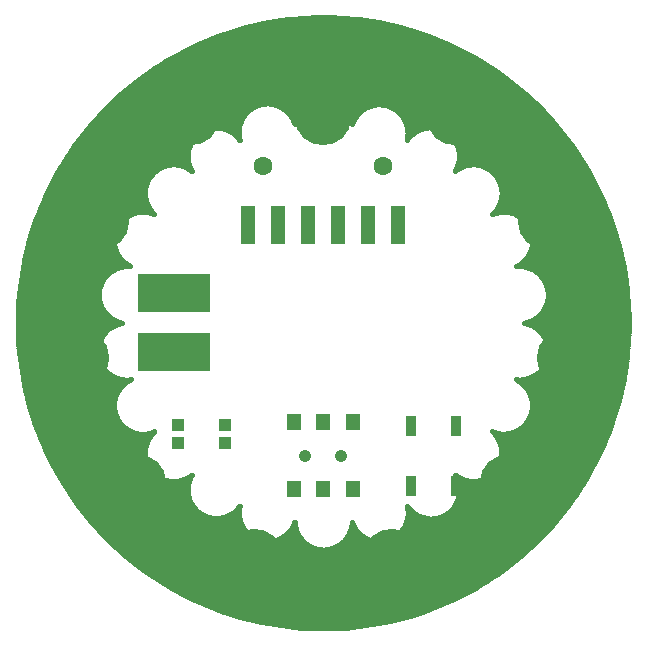
<source format=gbr>
G04 EAGLE Gerber RS-274X export*
G75*
%MOMM*%
%FSLAX34Y34*%
%LPD*%
%INSoldermask Top*%
%IPPOS*%
%AMOC8*
5,1,8,0,0,1.08239X$1,22.5*%
G01*
%ADD10C,0.406400*%
%ADD11C,7.000000*%
%ADD12R,1.003200X1.003200*%
%ADD13R,1.203200X3.203200*%
%ADD14C,1.603200*%
%ADD15R,1.203200X1.353200*%
%ADD16C,1.053200*%
%ADD17R,0.965200X1.727200*%
%ADD18C,4.775200*%
%ADD19R,6.203200X3.203200*%
%ADD20C,0.838200*%

G36*
X151100Y-123037D02*
X151100Y-123037D01*
X151242Y-123038D01*
X151345Y-123021D01*
X151450Y-123014D01*
X151589Y-122981D01*
X151729Y-122959D01*
X151829Y-122926D01*
X151931Y-122902D01*
X152062Y-122847D01*
X152197Y-122802D01*
X152290Y-122753D01*
X152387Y-122713D01*
X152507Y-122639D01*
X152633Y-122573D01*
X152717Y-122509D01*
X152807Y-122454D01*
X152914Y-122361D01*
X153027Y-122275D01*
X153100Y-122199D01*
X153179Y-122130D01*
X153239Y-122053D01*
X153368Y-121918D01*
X153537Y-121671D01*
X153598Y-121592D01*
X172598Y-90592D01*
X172635Y-90520D01*
X172679Y-90452D01*
X172746Y-90301D01*
X172821Y-90152D01*
X172846Y-90075D01*
X172878Y-90000D01*
X172920Y-89840D01*
X172970Y-89682D01*
X172982Y-89601D01*
X173002Y-89523D01*
X173017Y-89358D01*
X173041Y-89194D01*
X173040Y-89112D01*
X173047Y-89032D01*
X173035Y-88866D01*
X173033Y-88701D01*
X173018Y-88621D01*
X173012Y-88539D01*
X172974Y-88378D01*
X172944Y-88215D01*
X172917Y-88139D01*
X172898Y-88059D01*
X172835Y-87906D01*
X172779Y-87750D01*
X172740Y-87679D01*
X172709Y-87604D01*
X172621Y-87463D01*
X172541Y-87318D01*
X172491Y-87254D01*
X172448Y-87185D01*
X172339Y-87061D01*
X172236Y-86930D01*
X172177Y-86875D01*
X172123Y-86814D01*
X171995Y-86709D01*
X171873Y-86596D01*
X171805Y-86552D01*
X171742Y-86500D01*
X171599Y-86417D01*
X171461Y-86326D01*
X171387Y-86293D01*
X171316Y-86252D01*
X171162Y-86192D01*
X171010Y-86125D01*
X170931Y-86104D01*
X170856Y-86075D01*
X170693Y-86042D01*
X170533Y-86000D01*
X170452Y-85992D01*
X170372Y-85976D01*
X170207Y-85969D01*
X170042Y-85953D01*
X169961Y-85959D01*
X169879Y-85955D01*
X169715Y-85975D01*
X169550Y-85986D01*
X169470Y-86005D01*
X169390Y-86015D01*
X169231Y-86061D01*
X169069Y-86098D01*
X168994Y-86129D01*
X168916Y-86152D01*
X168823Y-86200D01*
X168613Y-86287D01*
X168404Y-86416D01*
X168310Y-86465D01*
X159954Y-92035D01*
X149724Y-92965D01*
X149546Y-92996D01*
X149366Y-93019D01*
X149303Y-93038D01*
X149238Y-93050D01*
X149067Y-93109D01*
X148893Y-93161D01*
X148834Y-93190D01*
X148772Y-93211D01*
X148613Y-93297D01*
X148450Y-93377D01*
X148396Y-93415D01*
X148338Y-93446D01*
X148194Y-93557D01*
X148047Y-93661D01*
X148000Y-93707D01*
X147948Y-93748D01*
X147824Y-93880D01*
X147695Y-94007D01*
X147656Y-94060D01*
X147611Y-94108D01*
X147511Y-94259D01*
X147403Y-94405D01*
X147374Y-94464D01*
X147337Y-94519D01*
X147262Y-94683D01*
X147180Y-94845D01*
X147160Y-94908D01*
X147133Y-94968D01*
X147086Y-95143D01*
X147031Y-95315D01*
X147021Y-95380D01*
X147004Y-95444D01*
X146985Y-95624D01*
X146959Y-95803D01*
X146960Y-95869D01*
X146953Y-95935D01*
X146964Y-96116D01*
X146967Y-96297D01*
X146978Y-96348D01*
X146983Y-96427D01*
X147091Y-96908D01*
X147104Y-96940D01*
X147109Y-96964D01*
X149886Y-105295D01*
X147979Y-119597D01*
X147974Y-119702D01*
X147959Y-119806D01*
X147961Y-119948D01*
X147954Y-120090D01*
X147966Y-120195D01*
X147968Y-120299D01*
X147993Y-120439D01*
X148009Y-120580D01*
X148037Y-120682D01*
X148056Y-120785D01*
X148103Y-120919D01*
X148141Y-121055D01*
X148186Y-121151D01*
X148221Y-121250D01*
X148289Y-121374D01*
X148349Y-121503D01*
X148408Y-121590D01*
X148459Y-121682D01*
X148546Y-121793D01*
X148626Y-121911D01*
X148699Y-121987D01*
X148764Y-122070D01*
X148868Y-122166D01*
X148966Y-122269D01*
X149049Y-122332D01*
X149127Y-122404D01*
X149246Y-122482D01*
X149359Y-122567D01*
X149451Y-122617D01*
X149539Y-122674D01*
X149669Y-122732D01*
X149794Y-122799D01*
X149894Y-122832D01*
X149990Y-122875D01*
X150127Y-122911D01*
X150262Y-122956D01*
X150365Y-122974D01*
X150467Y-123000D01*
X150609Y-123014D01*
X150749Y-123037D01*
X150854Y-123037D01*
X150958Y-123047D01*
X151100Y-123037D01*
G37*
G36*
X-111830Y-159486D02*
X-111830Y-159486D01*
X-111729Y-159485D01*
X-111608Y-159460D01*
X-111486Y-159446D01*
X-111390Y-159416D01*
X-111291Y-159397D01*
X-111177Y-159351D01*
X-111059Y-159315D01*
X-110969Y-159269D01*
X-110876Y-159232D01*
X-110771Y-159167D01*
X-110662Y-159111D01*
X-110582Y-159049D01*
X-110496Y-158996D01*
X-110405Y-158914D01*
X-110307Y-158839D01*
X-110240Y-158764D01*
X-110165Y-158697D01*
X-110090Y-158599D01*
X-110007Y-158508D01*
X-109954Y-158423D01*
X-109892Y-158343D01*
X-109836Y-158234D01*
X-109770Y-158129D01*
X-109733Y-158036D01*
X-109687Y-157946D01*
X-109651Y-157829D01*
X-109605Y-157714D01*
X-109585Y-157616D01*
X-109555Y-157519D01*
X-109541Y-157397D01*
X-109516Y-157276D01*
X-109514Y-157176D01*
X-109502Y-157076D01*
X-109509Y-156953D01*
X-109507Y-156830D01*
X-109522Y-156731D01*
X-109528Y-156630D01*
X-109557Y-156510D01*
X-109577Y-156389D01*
X-109610Y-156294D01*
X-109634Y-156196D01*
X-109723Y-155969D01*
X-109724Y-155967D01*
X-109725Y-155966D01*
X-114451Y-145568D01*
X-113511Y-135226D01*
X-113511Y-135162D01*
X-113503Y-135098D01*
X-113511Y-134939D01*
X-113511Y-134780D01*
X-113522Y-134716D01*
X-113525Y-134652D01*
X-113561Y-134497D01*
X-113590Y-134340D01*
X-113612Y-134280D01*
X-113627Y-134217D01*
X-113690Y-134071D01*
X-113746Y-133921D01*
X-113778Y-133866D01*
X-113804Y-133807D01*
X-113892Y-133674D01*
X-113974Y-133537D01*
X-114016Y-133489D01*
X-114051Y-133435D01*
X-114162Y-133320D01*
X-114266Y-133200D01*
X-114316Y-133160D01*
X-114361Y-133113D01*
X-114490Y-133020D01*
X-114614Y-132920D01*
X-114671Y-132889D01*
X-114723Y-132852D01*
X-114867Y-132783D01*
X-115007Y-132707D01*
X-115068Y-132686D01*
X-115126Y-132659D01*
X-115280Y-132616D01*
X-115431Y-132566D01*
X-115495Y-132557D01*
X-115557Y-132540D01*
X-115715Y-132526D01*
X-115873Y-132504D01*
X-115937Y-132506D01*
X-116002Y-132501D01*
X-116249Y-132513D01*
X-125947Y-133483D01*
X-139647Y-131526D01*
X-139858Y-131515D01*
X-140071Y-131502D01*
X-140082Y-131503D01*
X-140093Y-131502D01*
X-140303Y-131529D01*
X-140514Y-131554D01*
X-140525Y-131557D01*
X-140536Y-131559D01*
X-140737Y-131622D01*
X-140941Y-131685D01*
X-140951Y-131690D01*
X-140962Y-131693D01*
X-141150Y-131792D01*
X-141338Y-131889D01*
X-141347Y-131896D01*
X-141357Y-131901D01*
X-141525Y-132032D01*
X-141693Y-132161D01*
X-141700Y-132170D01*
X-141709Y-132176D01*
X-141850Y-132335D01*
X-141993Y-132492D01*
X-141999Y-132501D01*
X-142006Y-132510D01*
X-142118Y-132691D01*
X-142230Y-132871D01*
X-142234Y-132881D01*
X-142240Y-132891D01*
X-142316Y-133089D01*
X-142395Y-133286D01*
X-142397Y-133297D01*
X-142401Y-133307D01*
X-142441Y-133514D01*
X-142484Y-133724D01*
X-142484Y-133735D01*
X-142486Y-133746D01*
X-142489Y-133958D01*
X-142493Y-134170D01*
X-142492Y-134181D01*
X-142492Y-134192D01*
X-142456Y-134403D01*
X-142423Y-134611D01*
X-142420Y-134622D01*
X-142418Y-134633D01*
X-142346Y-134833D01*
X-142276Y-135033D01*
X-142270Y-135043D01*
X-142267Y-135053D01*
X-142161Y-135236D01*
X-142056Y-135422D01*
X-142048Y-135430D01*
X-142043Y-135440D01*
X-141906Y-135602D01*
X-141770Y-135765D01*
X-141759Y-135775D01*
X-141754Y-135780D01*
X-141738Y-135793D01*
X-141586Y-135931D01*
X-113586Y-158931D01*
X-113503Y-158988D01*
X-113426Y-159052D01*
X-113319Y-159113D01*
X-113217Y-159183D01*
X-113126Y-159224D01*
X-113038Y-159274D01*
X-112922Y-159315D01*
X-112809Y-159365D01*
X-112711Y-159389D01*
X-112617Y-159422D01*
X-112495Y-159442D01*
X-112375Y-159471D01*
X-112275Y-159477D01*
X-112176Y-159493D01*
X-112052Y-159491D01*
X-111930Y-159498D01*
X-111830Y-159486D01*
G37*
G36*
X-73812Y158966D02*
X-73812Y158966D01*
X-73692Y158968D01*
X-73567Y158991D01*
X-73441Y159005D01*
X-73325Y159036D01*
X-73207Y159058D01*
X-73087Y159101D01*
X-72965Y159134D01*
X-72855Y159184D01*
X-72742Y159224D01*
X-72631Y159286D01*
X-72516Y159339D01*
X-72416Y159406D01*
X-72311Y159464D01*
X-72211Y159543D01*
X-72106Y159613D01*
X-72018Y159695D01*
X-71924Y159770D01*
X-71838Y159863D01*
X-71745Y159950D01*
X-71672Y160045D01*
X-71591Y160134D01*
X-71522Y160240D01*
X-71444Y160341D01*
X-71387Y160446D01*
X-71321Y160547D01*
X-71270Y160663D01*
X-71210Y160775D01*
X-71171Y160888D01*
X-71122Y160998D01*
X-71102Y161087D01*
X-71049Y161241D01*
X-70991Y161579D01*
X-70971Y161664D01*
X-70066Y169808D01*
X-63595Y178129D01*
X-63471Y178318D01*
X-63346Y178503D01*
X-63337Y178523D01*
X-63324Y178542D01*
X-63233Y178747D01*
X-63139Y178951D01*
X-63133Y178972D01*
X-63124Y178993D01*
X-63067Y179210D01*
X-63007Y179426D01*
X-63005Y179448D01*
X-62999Y179470D01*
X-62978Y179694D01*
X-62954Y179917D01*
X-62955Y179939D01*
X-62953Y179961D01*
X-62968Y180185D01*
X-62980Y180409D01*
X-62985Y180431D01*
X-62987Y180453D01*
X-63038Y180672D01*
X-63086Y180891D01*
X-63094Y180912D01*
X-63099Y180934D01*
X-63185Y181141D01*
X-63268Y181350D01*
X-63279Y181369D01*
X-63288Y181389D01*
X-63406Y181581D01*
X-63522Y181773D01*
X-63536Y181790D01*
X-63548Y181809D01*
X-63695Y181978D01*
X-63840Y182150D01*
X-63857Y182164D01*
X-63872Y182181D01*
X-64044Y182323D01*
X-64215Y182470D01*
X-64234Y182482D01*
X-64252Y182496D01*
X-64445Y182609D01*
X-64637Y182726D01*
X-64658Y182734D01*
X-64677Y182745D01*
X-64886Y182826D01*
X-65095Y182910D01*
X-65117Y182915D01*
X-65138Y182923D01*
X-65357Y182968D01*
X-65576Y183018D01*
X-65599Y183019D01*
X-65620Y183024D01*
X-65845Y183033D01*
X-66069Y183046D01*
X-66091Y183044D01*
X-66113Y183045D01*
X-66337Y183019D01*
X-66559Y182995D01*
X-66577Y182990D01*
X-66603Y182987D01*
X-67077Y182851D01*
X-67157Y182813D01*
X-67212Y182796D01*
X-97212Y169796D01*
X-97220Y169792D01*
X-97228Y169789D01*
X-97437Y169676D01*
X-97647Y169564D01*
X-97654Y169558D01*
X-97662Y169554D01*
X-97851Y169408D01*
X-98039Y169265D01*
X-98045Y169258D01*
X-98053Y169252D01*
X-98215Y169078D01*
X-98378Y168906D01*
X-98383Y168898D01*
X-98389Y168892D01*
X-98521Y168694D01*
X-98654Y168497D01*
X-98658Y168489D01*
X-98663Y168481D01*
X-98761Y168265D01*
X-98861Y168049D01*
X-98863Y168040D01*
X-98867Y168032D01*
X-98930Y167802D01*
X-98993Y167574D01*
X-98994Y167565D01*
X-98996Y167556D01*
X-99021Y167317D01*
X-99046Y167083D01*
X-99046Y167074D01*
X-99047Y167065D01*
X-99032Y166828D01*
X-99020Y166591D01*
X-99018Y166582D01*
X-99017Y166573D01*
X-98965Y166340D01*
X-98914Y166109D01*
X-98911Y166101D01*
X-98909Y166091D01*
X-98819Y165869D01*
X-98732Y165650D01*
X-98727Y165642D01*
X-98724Y165634D01*
X-98601Y165431D01*
X-98478Y165227D01*
X-98473Y165220D01*
X-98468Y165212D01*
X-98314Y165033D01*
X-98160Y164850D01*
X-98153Y164844D01*
X-98147Y164838D01*
X-97966Y164685D01*
X-97785Y164530D01*
X-97777Y164525D01*
X-97770Y164519D01*
X-97566Y164397D01*
X-97363Y164274D01*
X-97354Y164271D01*
X-97346Y164266D01*
X-97126Y164179D01*
X-96905Y164090D01*
X-96896Y164088D01*
X-96888Y164085D01*
X-96850Y164078D01*
X-96424Y163982D01*
X-96294Y163975D01*
X-96217Y163961D01*
X-82821Y163004D01*
X-75363Y159274D01*
X-75252Y159230D01*
X-75144Y159176D01*
X-75023Y159138D01*
X-74905Y159090D01*
X-74788Y159064D01*
X-74673Y159028D01*
X-74548Y159010D01*
X-74424Y158982D01*
X-74304Y158975D01*
X-74185Y158958D01*
X-74058Y158961D01*
X-73931Y158954D01*
X-73812Y158966D01*
G37*
G36*
X-139913Y130509D02*
X-139913Y130509D01*
X-139826Y130507D01*
X-139691Y130528D01*
X-139554Y130541D01*
X-139422Y130572D01*
X-139385Y130578D01*
X-139363Y130585D01*
X-139313Y130597D01*
X-126017Y134396D01*
X-116718Y131606D01*
X-116615Y131585D01*
X-116514Y131554D01*
X-116397Y131540D01*
X-116281Y131517D01*
X-116175Y131514D01*
X-116071Y131502D01*
X-115952Y131509D01*
X-115834Y131506D01*
X-115730Y131523D01*
X-115625Y131529D01*
X-115510Y131557D01*
X-115393Y131576D01*
X-115293Y131610D01*
X-115191Y131635D01*
X-115083Y131684D01*
X-114971Y131723D01*
X-114879Y131774D01*
X-114783Y131817D01*
X-114685Y131884D01*
X-114582Y131942D01*
X-114501Y132009D01*
X-114414Y132069D01*
X-114329Y132152D01*
X-114238Y132227D01*
X-114170Y132308D01*
X-114095Y132382D01*
X-114027Y132479D01*
X-113951Y132569D01*
X-113898Y132661D01*
X-113838Y132747D01*
X-113788Y132854D01*
X-113729Y132957D01*
X-113694Y133056D01*
X-113649Y133152D01*
X-113619Y133266D01*
X-113579Y133378D01*
X-113562Y133482D01*
X-113536Y133584D01*
X-113526Y133702D01*
X-113507Y133819D01*
X-113509Y133924D01*
X-113501Y134029D01*
X-113515Y134255D01*
X-113515Y134266D01*
X-113516Y134269D01*
X-113516Y134276D01*
X-114459Y142761D01*
X-110611Y155265D01*
X-110573Y155447D01*
X-110529Y155628D01*
X-110526Y155666D01*
X-110519Y155702D01*
X-110513Y155888D01*
X-110502Y156074D01*
X-110506Y156111D01*
X-110505Y156148D01*
X-110533Y156333D01*
X-110555Y156518D01*
X-110566Y156553D01*
X-110571Y156590D01*
X-110631Y156767D01*
X-110686Y156945D01*
X-110703Y156978D01*
X-110715Y157013D01*
X-110806Y157176D01*
X-110891Y157341D01*
X-110914Y157371D01*
X-110932Y157404D01*
X-111050Y157548D01*
X-111164Y157695D01*
X-111191Y157720D01*
X-111215Y157749D01*
X-111357Y157870D01*
X-111495Y157995D01*
X-111527Y158015D01*
X-111555Y158039D01*
X-111716Y158133D01*
X-111874Y158231D01*
X-111909Y158245D01*
X-111941Y158264D01*
X-112116Y158327D01*
X-112289Y158396D01*
X-112326Y158403D01*
X-112361Y158416D01*
X-112545Y158448D01*
X-112727Y158484D01*
X-112765Y158485D01*
X-112801Y158491D01*
X-112988Y158490D01*
X-113174Y158493D01*
X-113211Y158487D01*
X-113248Y158487D01*
X-113431Y158452D01*
X-113615Y158422D01*
X-113650Y158410D01*
X-113687Y158403D01*
X-113860Y158336D01*
X-114036Y158274D01*
X-114069Y158256D01*
X-114104Y158242D01*
X-114262Y158146D01*
X-114425Y158054D01*
X-114465Y158022D01*
X-114485Y158010D01*
X-114513Y157986D01*
X-114621Y157903D01*
X-141621Y134903D01*
X-141717Y134805D01*
X-141819Y134714D01*
X-141873Y134646D01*
X-141933Y134584D01*
X-142010Y134470D01*
X-142095Y134363D01*
X-142136Y134286D01*
X-142185Y134214D01*
X-142240Y134089D01*
X-142304Y133968D01*
X-142331Y133885D01*
X-142366Y133806D01*
X-142398Y133673D01*
X-142440Y133542D01*
X-142451Y133456D01*
X-142471Y133372D01*
X-142480Y133235D01*
X-142497Y133099D01*
X-142493Y133013D01*
X-142498Y132926D01*
X-142482Y132790D01*
X-142475Y132653D01*
X-142455Y132568D01*
X-142445Y132482D01*
X-142405Y132352D01*
X-142374Y132218D01*
X-142339Y132138D01*
X-142314Y132055D01*
X-142251Y131934D01*
X-142197Y131808D01*
X-142149Y131736D01*
X-142109Y131659D01*
X-142025Y131550D01*
X-141949Y131436D01*
X-141889Y131373D01*
X-141836Y131305D01*
X-141735Y131213D01*
X-141640Y131114D01*
X-141570Y131063D01*
X-141505Y131005D01*
X-141389Y130932D01*
X-141278Y130852D01*
X-141200Y130815D01*
X-141126Y130769D01*
X-140999Y130718D01*
X-140875Y130659D01*
X-140791Y130636D01*
X-140711Y130604D01*
X-140576Y130577D01*
X-140444Y130541D01*
X-140358Y130533D01*
X-140273Y130516D01*
X-140136Y130513D01*
X-139999Y130501D01*
X-139913Y130509D01*
G37*
G36*
X-151977Y-121490D02*
X-151977Y-121490D01*
X-151814Y-121492D01*
X-151754Y-121482D01*
X-151693Y-121480D01*
X-151534Y-121446D01*
X-151374Y-121419D01*
X-151316Y-121399D01*
X-151257Y-121386D01*
X-151106Y-121324D01*
X-150953Y-121269D01*
X-150900Y-121239D01*
X-150844Y-121216D01*
X-150707Y-121128D01*
X-150566Y-121047D01*
X-150519Y-121007D01*
X-150468Y-120974D01*
X-150349Y-120864D01*
X-150224Y-120759D01*
X-150185Y-120712D01*
X-150141Y-120670D01*
X-150043Y-120540D01*
X-149940Y-120414D01*
X-149910Y-120361D01*
X-149873Y-120312D01*
X-149800Y-120167D01*
X-149721Y-120025D01*
X-149701Y-119967D01*
X-149673Y-119913D01*
X-149628Y-119756D01*
X-149575Y-119603D01*
X-149565Y-119543D01*
X-149548Y-119484D01*
X-149531Y-119322D01*
X-149506Y-119161D01*
X-149507Y-119101D01*
X-149501Y-119040D01*
X-149509Y-118792D01*
X-150464Y-107339D01*
X-146651Y-96854D01*
X-146641Y-96817D01*
X-146626Y-96781D01*
X-146584Y-96602D01*
X-146537Y-96422D01*
X-146534Y-96384D01*
X-146525Y-96346D01*
X-146516Y-96162D01*
X-146501Y-95977D01*
X-146505Y-95939D01*
X-146503Y-95900D01*
X-146527Y-95717D01*
X-146545Y-95533D01*
X-146555Y-95495D01*
X-146560Y-95457D01*
X-146617Y-95281D01*
X-146667Y-95103D01*
X-146684Y-95068D01*
X-146696Y-95032D01*
X-146783Y-94868D01*
X-146864Y-94702D01*
X-146887Y-94671D01*
X-146905Y-94637D01*
X-147020Y-94491D01*
X-147129Y-94343D01*
X-147158Y-94316D01*
X-147181Y-94286D01*
X-147320Y-94163D01*
X-147454Y-94036D01*
X-147487Y-94015D01*
X-147516Y-93989D01*
X-147674Y-93893D01*
X-147829Y-93792D01*
X-147864Y-93777D01*
X-147897Y-93757D01*
X-148070Y-93691D01*
X-148240Y-93619D01*
X-148278Y-93611D01*
X-148314Y-93597D01*
X-148496Y-93562D01*
X-148676Y-93522D01*
X-148715Y-93520D01*
X-148753Y-93513D01*
X-149000Y-93501D01*
X-154594Y-93501D01*
X-169210Y-88629D01*
X-169256Y-88618D01*
X-169301Y-88601D01*
X-169473Y-88567D01*
X-169644Y-88526D01*
X-169692Y-88524D01*
X-169739Y-88514D01*
X-169915Y-88512D01*
X-170090Y-88502D01*
X-170138Y-88508D01*
X-170186Y-88508D01*
X-170359Y-88536D01*
X-170534Y-88558D01*
X-170579Y-88573D01*
X-170626Y-88581D01*
X-170792Y-88640D01*
X-170960Y-88692D01*
X-171002Y-88715D01*
X-171047Y-88731D01*
X-171200Y-88818D01*
X-171355Y-88900D01*
X-171393Y-88930D01*
X-171434Y-88953D01*
X-171569Y-89067D01*
X-171707Y-89175D01*
X-171739Y-89211D01*
X-171776Y-89241D01*
X-171888Y-89377D01*
X-172005Y-89508D01*
X-172030Y-89549D01*
X-172061Y-89586D01*
X-172147Y-89739D01*
X-172239Y-89889D01*
X-172256Y-89933D01*
X-172279Y-89975D01*
X-172337Y-90141D01*
X-172401Y-90305D01*
X-172410Y-90352D01*
X-172425Y-90397D01*
X-172452Y-90571D01*
X-172486Y-90743D01*
X-172487Y-90791D01*
X-172494Y-90839D01*
X-172490Y-91014D01*
X-172492Y-91190D01*
X-172484Y-91237D01*
X-172483Y-91285D01*
X-172447Y-91458D01*
X-172418Y-91631D01*
X-172402Y-91676D01*
X-172393Y-91723D01*
X-172327Y-91886D01*
X-172267Y-92051D01*
X-172244Y-92093D01*
X-172226Y-92137D01*
X-172102Y-92352D01*
X-154102Y-120352D01*
X-154065Y-120400D01*
X-154034Y-120452D01*
X-153928Y-120576D01*
X-153828Y-120704D01*
X-153783Y-120745D01*
X-153743Y-120791D01*
X-153617Y-120894D01*
X-153496Y-121002D01*
X-153444Y-121034D01*
X-153396Y-121073D01*
X-153254Y-121151D01*
X-153115Y-121237D01*
X-153058Y-121259D01*
X-153005Y-121288D01*
X-152851Y-121340D01*
X-152699Y-121399D01*
X-152639Y-121411D01*
X-152582Y-121431D01*
X-152421Y-121454D01*
X-152261Y-121486D01*
X-152200Y-121487D01*
X-152140Y-121495D01*
X-151977Y-121490D01*
G37*
G36*
X170176Y88508D02*
X170176Y88508D01*
X170186Y88508D01*
X170397Y88543D01*
X170607Y88576D01*
X170617Y88579D01*
X170626Y88581D01*
X170827Y88652D01*
X171029Y88723D01*
X171038Y88727D01*
X171047Y88731D01*
X171232Y88837D01*
X171418Y88942D01*
X171426Y88948D01*
X171434Y88953D01*
X171598Y89092D01*
X171762Y89227D01*
X171768Y89235D01*
X171776Y89241D01*
X171912Y89406D01*
X172049Y89569D01*
X172054Y89578D01*
X172061Y89586D01*
X172164Y89770D01*
X172271Y89957D01*
X172275Y89967D01*
X172279Y89975D01*
X172348Y90175D01*
X172421Y90378D01*
X172422Y90388D01*
X172425Y90397D01*
X172458Y90607D01*
X172493Y90819D01*
X172493Y90829D01*
X172494Y90839D01*
X172489Y91053D01*
X172485Y91266D01*
X172483Y91275D01*
X172483Y91285D01*
X172440Y91495D01*
X172398Y91704D01*
X172395Y91713D01*
X172393Y91723D01*
X172312Y91922D01*
X172235Y92119D01*
X172229Y92128D01*
X172226Y92137D01*
X172102Y92352D01*
X154102Y120352D01*
X154070Y120393D01*
X154043Y120439D01*
X153933Y120569D01*
X153828Y120704D01*
X153789Y120740D01*
X153754Y120780D01*
X153623Y120889D01*
X153496Y121002D01*
X153451Y121030D01*
X153409Y121064D01*
X153260Y121147D01*
X153115Y121237D01*
X153066Y121256D01*
X153020Y121282D01*
X152858Y121337D01*
X152699Y121399D01*
X152647Y121410D01*
X152597Y121427D01*
X152429Y121453D01*
X152261Y121486D01*
X152208Y121486D01*
X152155Y121494D01*
X151985Y121490D01*
X151814Y121492D01*
X151762Y121484D01*
X151709Y121482D01*
X151542Y121447D01*
X151374Y121419D01*
X151324Y121402D01*
X151272Y121391D01*
X151114Y121327D01*
X150953Y121269D01*
X150907Y121243D01*
X150858Y121223D01*
X150714Y121132D01*
X150566Y121047D01*
X150525Y121012D01*
X150480Y120984D01*
X150354Y120869D01*
X150224Y120759D01*
X150190Y120718D01*
X150151Y120682D01*
X150048Y120546D01*
X149940Y120414D01*
X149914Y120368D01*
X149881Y120326D01*
X149804Y120174D01*
X149721Y120025D01*
X149703Y119975D01*
X149679Y119928D01*
X149630Y119764D01*
X149575Y119603D01*
X149566Y119551D01*
X149551Y119500D01*
X149532Y119330D01*
X149506Y119161D01*
X149507Y119108D01*
X149501Y119056D01*
X149508Y118808D01*
X150469Y106312D01*
X147629Y97790D01*
X147609Y97705D01*
X147579Y97622D01*
X147557Y97488D01*
X147526Y97356D01*
X147522Y97268D01*
X147507Y97181D01*
X147510Y97045D01*
X147502Y96910D01*
X147513Y96822D01*
X147515Y96735D01*
X147541Y96601D01*
X147558Y96466D01*
X147585Y96383D01*
X147602Y96296D01*
X147652Y96170D01*
X147692Y96040D01*
X147733Y95962D01*
X147765Y95881D01*
X147837Y95765D01*
X147900Y95645D01*
X147954Y95576D01*
X148000Y95501D01*
X148091Y95400D01*
X148175Y95293D01*
X148240Y95234D01*
X148299Y95169D01*
X148407Y95086D01*
X148508Y94995D01*
X148583Y94949D01*
X148652Y94895D01*
X148773Y94832D01*
X148889Y94761D01*
X148970Y94730D01*
X149049Y94689D01*
X149282Y94606D01*
X169282Y88606D01*
X169292Y88604D01*
X169301Y88601D01*
X169510Y88559D01*
X169719Y88517D01*
X169729Y88516D01*
X169739Y88514D01*
X169953Y88511D01*
X170166Y88506D01*
X170176Y88508D01*
G37*
G36*
X139218Y131520D02*
X139218Y131520D01*
X139424Y131537D01*
X139440Y131541D01*
X139455Y131543D01*
X139655Y131598D01*
X139856Y131652D01*
X139870Y131659D01*
X139886Y131663D01*
X140072Y131754D01*
X140260Y131842D01*
X140273Y131851D01*
X140288Y131858D01*
X140455Y131980D01*
X140624Y132101D01*
X140636Y132112D01*
X140648Y132121D01*
X140792Y132272D01*
X140937Y132420D01*
X140945Y132433D01*
X140956Y132445D01*
X141072Y132620D01*
X141187Y132790D01*
X141193Y132805D01*
X141202Y132818D01*
X141283Y133008D01*
X141367Y133199D01*
X141371Y133214D01*
X141377Y133229D01*
X141423Y133430D01*
X141472Y133633D01*
X141473Y133649D01*
X141477Y133664D01*
X141486Y133872D01*
X141498Y134079D01*
X141496Y134095D01*
X141497Y134111D01*
X141469Y134317D01*
X141444Y134522D01*
X141439Y134538D01*
X141437Y134553D01*
X141374Y134750D01*
X141312Y134949D01*
X141305Y134963D01*
X141300Y134978D01*
X141202Y135162D01*
X141106Y135346D01*
X141096Y135358D01*
X141089Y135372D01*
X140960Y135535D01*
X140833Y135699D01*
X140818Y135714D01*
X140811Y135722D01*
X140792Y135739D01*
X140656Y135872D01*
X114656Y158872D01*
X114616Y158901D01*
X114581Y158935D01*
X114437Y159033D01*
X114296Y159137D01*
X114252Y159158D01*
X114212Y159186D01*
X114052Y159257D01*
X113895Y159333D01*
X113848Y159347D01*
X113803Y159367D01*
X113634Y159408D01*
X113465Y159456D01*
X113417Y159460D01*
X113369Y159472D01*
X113195Y159482D01*
X113021Y159499D01*
X112972Y159495D01*
X112923Y159498D01*
X112750Y159477D01*
X112576Y159463D01*
X112528Y159450D01*
X112480Y159444D01*
X112313Y159393D01*
X112144Y159348D01*
X112100Y159327D01*
X112053Y159313D01*
X111898Y159233D01*
X111740Y159158D01*
X111700Y159130D01*
X111656Y159107D01*
X111518Y159001D01*
X111376Y158899D01*
X111341Y158864D01*
X111303Y158834D01*
X111185Y158705D01*
X111063Y158580D01*
X111036Y158539D01*
X111003Y158503D01*
X110911Y158354D01*
X110813Y158210D01*
X110793Y158165D01*
X110767Y158123D01*
X110703Y157961D01*
X110633Y157801D01*
X110621Y157754D01*
X110603Y157708D01*
X110569Y157537D01*
X110528Y157367D01*
X110525Y157318D01*
X110515Y157270D01*
X110512Y157095D01*
X110502Y156921D01*
X110508Y156872D01*
X110507Y156823D01*
X110535Y156651D01*
X110556Y156478D01*
X110570Y156431D01*
X110578Y156382D01*
X110651Y156146D01*
X114501Y145560D01*
X114501Y135000D01*
X114508Y134922D01*
X114506Y134844D01*
X114528Y134700D01*
X114541Y134555D01*
X114561Y134480D01*
X114573Y134402D01*
X114620Y134265D01*
X114659Y134124D01*
X114693Y134054D01*
X114718Y133980D01*
X114789Y133853D01*
X114852Y133722D01*
X114898Y133658D01*
X114936Y133590D01*
X115029Y133478D01*
X115114Y133360D01*
X115171Y133306D01*
X115220Y133245D01*
X115332Y133151D01*
X115436Y133050D01*
X115502Y133007D01*
X115561Y132956D01*
X115687Y132884D01*
X115808Y132803D01*
X115880Y132772D01*
X115948Y132733D01*
X116085Y132684D01*
X116219Y132626D01*
X116295Y132608D01*
X116368Y132582D01*
X116512Y132558D01*
X116654Y132525D01*
X116732Y132521D01*
X116809Y132508D01*
X116955Y132510D01*
X117100Y132503D01*
X117177Y132513D01*
X117256Y132514D01*
X117399Y132542D01*
X117543Y132560D01*
X117617Y132584D01*
X117694Y132599D01*
X117928Y132680D01*
X122267Y134415D01*
X138566Y131539D01*
X138772Y131521D01*
X138979Y131501D01*
X138995Y131502D01*
X139011Y131501D01*
X139218Y131520D01*
G37*
G36*
X-169965Y87503D02*
X-169965Y87503D01*
X-169947Y87501D01*
X-169742Y87524D01*
X-169539Y87544D01*
X-169521Y87549D01*
X-169503Y87551D01*
X-169307Y87609D01*
X-169109Y87665D01*
X-169086Y87675D01*
X-169075Y87678D01*
X-169049Y87691D01*
X-168882Y87765D01*
X-157410Y93501D01*
X-149000Y93501D01*
X-148875Y93512D01*
X-148750Y93513D01*
X-148653Y93532D01*
X-148555Y93541D01*
X-148434Y93574D01*
X-148311Y93598D01*
X-148219Y93633D01*
X-148124Y93659D01*
X-148011Y93713D01*
X-147895Y93759D01*
X-147811Y93810D01*
X-147722Y93852D01*
X-147620Y93926D01*
X-147513Y93991D01*
X-147440Y94056D01*
X-147360Y94114D01*
X-147273Y94205D01*
X-147179Y94288D01*
X-147118Y94365D01*
X-147050Y94436D01*
X-146981Y94541D01*
X-146904Y94639D01*
X-146858Y94726D01*
X-146803Y94808D01*
X-146753Y94924D01*
X-146695Y95034D01*
X-146665Y95128D01*
X-146626Y95219D01*
X-146598Y95341D01*
X-146560Y95460D01*
X-146547Y95558D01*
X-146525Y95654D01*
X-146519Y95779D01*
X-146503Y95903D01*
X-146508Y96002D01*
X-146503Y96100D01*
X-146519Y96224D01*
X-146525Y96349D01*
X-146548Y96445D01*
X-146560Y96543D01*
X-146598Y96662D01*
X-146627Y96784D01*
X-146686Y96937D01*
X-146696Y96968D01*
X-146704Y96983D01*
X-146716Y97015D01*
X-150463Y105445D01*
X-149507Y118822D01*
X-149508Y118888D01*
X-149501Y118954D01*
X-149512Y119111D01*
X-149515Y119269D01*
X-149528Y119333D01*
X-149533Y119399D01*
X-149572Y119552D01*
X-149603Y119707D01*
X-149627Y119768D01*
X-149643Y119832D01*
X-149709Y119976D01*
X-149767Y120122D01*
X-149802Y120178D01*
X-149829Y120238D01*
X-149919Y120368D01*
X-150002Y120502D01*
X-150047Y120551D01*
X-150084Y120605D01*
X-150196Y120716D01*
X-150301Y120833D01*
X-150354Y120874D01*
X-150400Y120920D01*
X-150530Y121010D01*
X-150655Y121106D01*
X-150713Y121137D01*
X-150768Y121174D01*
X-150912Y121240D01*
X-151051Y121312D01*
X-151115Y121332D01*
X-151175Y121359D01*
X-151327Y121398D01*
X-151478Y121444D01*
X-151544Y121452D01*
X-151608Y121468D01*
X-151765Y121479D01*
X-151922Y121498D01*
X-151988Y121494D01*
X-152053Y121499D01*
X-152210Y121481D01*
X-152368Y121472D01*
X-152432Y121457D01*
X-152497Y121449D01*
X-152648Y121404D01*
X-152802Y121367D01*
X-152862Y121340D01*
X-152925Y121322D01*
X-153066Y121250D01*
X-153210Y121187D01*
X-153265Y121150D01*
X-153324Y121120D01*
X-153450Y121025D01*
X-153580Y120936D01*
X-153628Y120890D01*
X-153680Y120850D01*
X-153787Y120734D01*
X-153900Y120624D01*
X-153938Y120570D01*
X-153983Y120522D01*
X-154123Y120318D01*
X-172123Y91318D01*
X-172216Y91134D01*
X-172310Y90953D01*
X-172316Y90936D01*
X-172324Y90919D01*
X-172382Y90722D01*
X-172443Y90527D01*
X-172445Y90508D01*
X-172451Y90491D01*
X-172473Y90287D01*
X-172498Y90083D01*
X-172497Y90065D01*
X-172499Y90046D01*
X-172484Y89843D01*
X-172473Y89637D01*
X-172468Y89619D01*
X-172467Y89601D01*
X-172417Y89403D01*
X-172369Y89203D01*
X-172361Y89186D01*
X-172357Y89168D01*
X-172271Y88981D01*
X-172189Y88794D01*
X-172179Y88779D01*
X-172171Y88762D01*
X-172054Y88594D01*
X-171939Y88424D01*
X-171926Y88410D01*
X-171916Y88395D01*
X-171771Y88251D01*
X-171628Y88103D01*
X-171613Y88093D01*
X-171600Y88080D01*
X-171431Y87963D01*
X-171264Y87844D01*
X-171247Y87836D01*
X-171232Y87826D01*
X-171045Y87741D01*
X-170860Y87653D01*
X-170842Y87649D01*
X-170825Y87641D01*
X-170626Y87591D01*
X-170429Y87538D01*
X-170410Y87536D01*
X-170392Y87532D01*
X-170187Y87518D01*
X-169983Y87501D01*
X-169965Y87503D01*
G37*
G36*
X113125Y-158492D02*
X113125Y-158492D01*
X113174Y-158493D01*
X113346Y-158466D01*
X113520Y-158445D01*
X113567Y-158430D01*
X113615Y-158422D01*
X113780Y-158364D01*
X113947Y-158313D01*
X113990Y-158291D01*
X114036Y-158274D01*
X114188Y-158188D01*
X114344Y-158107D01*
X114382Y-158078D01*
X114425Y-158054D01*
X114621Y-157903D01*
X141621Y-134903D01*
X141706Y-134816D01*
X141798Y-134736D01*
X141862Y-134656D01*
X141933Y-134584D01*
X142002Y-134483D01*
X142079Y-134388D01*
X142127Y-134298D01*
X142185Y-134214D01*
X142234Y-134103D01*
X142292Y-133996D01*
X142325Y-133899D01*
X142366Y-133806D01*
X142395Y-133687D01*
X142433Y-133572D01*
X142447Y-133471D01*
X142471Y-133372D01*
X142479Y-133250D01*
X142496Y-133129D01*
X142492Y-133028D01*
X142498Y-132926D01*
X142484Y-132805D01*
X142479Y-132683D01*
X142457Y-132583D01*
X142445Y-132482D01*
X142409Y-132366D01*
X142383Y-132247D01*
X142344Y-132153D01*
X142314Y-132055D01*
X142258Y-131947D01*
X142211Y-131834D01*
X142155Y-131749D01*
X142109Y-131659D01*
X142034Y-131562D01*
X141968Y-131460D01*
X141898Y-131385D01*
X141836Y-131305D01*
X141746Y-131223D01*
X141662Y-131134D01*
X141581Y-131073D01*
X141505Y-131005D01*
X141402Y-130940D01*
X141304Y-130868D01*
X141212Y-130822D01*
X141126Y-130769D01*
X141013Y-130724D01*
X140903Y-130670D01*
X140805Y-130641D01*
X140711Y-130604D01*
X140591Y-130580D01*
X140474Y-130546D01*
X140373Y-130536D01*
X140273Y-130516D01*
X140151Y-130513D01*
X140029Y-130501D01*
X139928Y-130509D01*
X139826Y-130507D01*
X139706Y-130526D01*
X139584Y-130536D01*
X139416Y-130573D01*
X139385Y-130578D01*
X139371Y-130582D01*
X139342Y-130589D01*
X128768Y-133473D01*
X117208Y-132509D01*
X117122Y-132510D01*
X117037Y-132501D01*
X116899Y-132511D01*
X116761Y-132512D01*
X116677Y-132528D01*
X116591Y-132534D01*
X116457Y-132569D01*
X116322Y-132595D01*
X116242Y-132625D01*
X116159Y-132647D01*
X116033Y-132705D01*
X115904Y-132754D01*
X115831Y-132798D01*
X115753Y-132834D01*
X115640Y-132913D01*
X115522Y-132985D01*
X115458Y-133041D01*
X115388Y-133090D01*
X115290Y-133189D01*
X115187Y-133280D01*
X115134Y-133347D01*
X115073Y-133408D01*
X114995Y-133522D01*
X114910Y-133630D01*
X114869Y-133706D01*
X114821Y-133776D01*
X114764Y-133903D01*
X114699Y-134024D01*
X114673Y-134106D01*
X114638Y-134184D01*
X114604Y-134318D01*
X114562Y-134449D01*
X114551Y-134534D01*
X114530Y-134617D01*
X114521Y-134755D01*
X114503Y-134892D01*
X114507Y-134978D01*
X114502Y-135063D01*
X114520Y-135310D01*
X115442Y-142688D01*
X110667Y-155103D01*
X110654Y-155150D01*
X110634Y-155194D01*
X110593Y-155364D01*
X110545Y-155532D01*
X110540Y-155581D01*
X110529Y-155628D01*
X110518Y-155803D01*
X110501Y-155977D01*
X110505Y-156026D01*
X110502Y-156074D01*
X110523Y-156247D01*
X110537Y-156422D01*
X110549Y-156469D01*
X110555Y-156518D01*
X110606Y-156685D01*
X110651Y-156854D01*
X110672Y-156898D01*
X110686Y-156945D01*
X110767Y-157100D01*
X110841Y-157258D01*
X110869Y-157298D01*
X110891Y-157341D01*
X110998Y-157480D01*
X111099Y-157623D01*
X111134Y-157657D01*
X111164Y-157695D01*
X111293Y-157813D01*
X111418Y-157935D01*
X111459Y-157963D01*
X111495Y-157995D01*
X111643Y-158087D01*
X111788Y-158186D01*
X111833Y-158206D01*
X111874Y-158231D01*
X112037Y-158296D01*
X112197Y-158367D01*
X112244Y-158378D01*
X112289Y-158396D01*
X112461Y-158431D01*
X112631Y-158472D01*
X112679Y-158475D01*
X112727Y-158484D01*
X112902Y-158488D01*
X113077Y-158498D01*
X113125Y-158492D01*
G37*
G36*
X67167Y-182485D02*
X67167Y-182485D01*
X67316Y-182479D01*
X67389Y-182463D01*
X67463Y-182456D01*
X67607Y-182415D01*
X67752Y-182383D01*
X67857Y-182345D01*
X67893Y-182334D01*
X67919Y-182321D01*
X67985Y-182297D01*
X95985Y-170297D01*
X96070Y-170251D01*
X96159Y-170214D01*
X96266Y-170146D01*
X96378Y-170085D01*
X96453Y-170025D01*
X96535Y-169973D01*
X96628Y-169886D01*
X96727Y-169807D01*
X96790Y-169734D01*
X96861Y-169668D01*
X96937Y-169566D01*
X97021Y-169470D01*
X97071Y-169388D01*
X97128Y-169310D01*
X97185Y-169196D01*
X97250Y-169087D01*
X97285Y-168997D01*
X97328Y-168910D01*
X97363Y-168788D01*
X97408Y-168669D01*
X97425Y-168574D01*
X97452Y-168481D01*
X97466Y-168355D01*
X97489Y-168230D01*
X97489Y-168133D01*
X97499Y-168037D01*
X97489Y-167910D01*
X97490Y-167783D01*
X97473Y-167688D01*
X97466Y-167592D01*
X97434Y-167469D01*
X97411Y-167343D01*
X97378Y-167253D01*
X97354Y-167159D01*
X97300Y-167044D01*
X97256Y-166925D01*
X97207Y-166841D01*
X97166Y-166754D01*
X97093Y-166650D01*
X97029Y-166540D01*
X96965Y-166467D01*
X96910Y-166388D01*
X96819Y-166299D01*
X96736Y-166202D01*
X96661Y-166142D01*
X96592Y-166074D01*
X96487Y-166002D01*
X96389Y-165922D01*
X96304Y-165876D01*
X96224Y-165821D01*
X96108Y-165769D01*
X95996Y-165708D01*
X95905Y-165677D01*
X95817Y-165638D01*
X95579Y-165569D01*
X74579Y-160569D01*
X74502Y-160558D01*
X74427Y-160538D01*
X74281Y-160526D01*
X74137Y-160505D01*
X74059Y-160507D01*
X73982Y-160501D01*
X73836Y-160515D01*
X73690Y-160520D01*
X73615Y-160536D01*
X73537Y-160544D01*
X73397Y-160584D01*
X73254Y-160615D01*
X73182Y-160644D01*
X73107Y-160666D01*
X72976Y-160730D01*
X72841Y-160786D01*
X72776Y-160828D01*
X72706Y-160862D01*
X72588Y-160948D01*
X72465Y-161027D01*
X72409Y-161080D01*
X72346Y-161126D01*
X72246Y-161232D01*
X72139Y-161332D01*
X72092Y-161394D01*
X72039Y-161451D01*
X71959Y-161573D01*
X71872Y-161690D01*
X71837Y-161760D01*
X71794Y-161825D01*
X71689Y-162048D01*
X64689Y-179048D01*
X64645Y-179191D01*
X64592Y-179331D01*
X64579Y-179404D01*
X64557Y-179475D01*
X64538Y-179624D01*
X64511Y-179770D01*
X64511Y-179845D01*
X64502Y-179918D01*
X64511Y-180068D01*
X64510Y-180217D01*
X64523Y-180290D01*
X64527Y-180364D01*
X64562Y-180510D01*
X64589Y-180657D01*
X64614Y-180726D01*
X64632Y-180799D01*
X64692Y-180935D01*
X64744Y-181075D01*
X64782Y-181140D01*
X64812Y-181208D01*
X64895Y-181331D01*
X64971Y-181460D01*
X65020Y-181516D01*
X65062Y-181578D01*
X65166Y-181685D01*
X65264Y-181798D01*
X65322Y-181844D01*
X65374Y-181898D01*
X65495Y-181984D01*
X65612Y-182078D01*
X65677Y-182114D01*
X65737Y-182157D01*
X65872Y-182220D01*
X66004Y-182292D01*
X66074Y-182316D01*
X66141Y-182347D01*
X66286Y-182386D01*
X66428Y-182433D01*
X66501Y-182443D01*
X66573Y-182463D01*
X66722Y-182475D01*
X66870Y-182496D01*
X66944Y-182493D01*
X67018Y-182499D01*
X67167Y-182485D01*
G37*
G36*
X74110Y160513D02*
X74110Y160513D01*
X74304Y160519D01*
X74333Y160526D01*
X74363Y160527D01*
X74606Y160575D01*
X94606Y165575D01*
X94684Y165603D01*
X94765Y165621D01*
X94820Y165644D01*
X94870Y165658D01*
X94940Y165691D01*
X95028Y165722D01*
X95100Y165763D01*
X95176Y165795D01*
X95233Y165832D01*
X95272Y165851D01*
X95328Y165891D01*
X95417Y165941D01*
X95481Y165994D01*
X95550Y166039D01*
X95605Y166092D01*
X95634Y166113D01*
X95675Y166155D01*
X95761Y166227D01*
X95814Y166290D01*
X95874Y166347D01*
X95924Y166414D01*
X95944Y166435D01*
X95972Y166477D01*
X96049Y166568D01*
X96090Y166640D01*
X96139Y166707D01*
X96178Y166788D01*
X96191Y166807D01*
X96208Y166847D01*
X96271Y166956D01*
X96298Y167034D01*
X96335Y167108D01*
X96361Y167201D01*
X96368Y167217D01*
X96376Y167253D01*
X96420Y167377D01*
X96434Y167458D01*
X96456Y167538D01*
X96466Y167638D01*
X96469Y167652D01*
X96471Y167684D01*
X96493Y167818D01*
X96491Y167900D01*
X96499Y167983D01*
X96491Y168086D01*
X96491Y168098D01*
X96487Y168127D01*
X96485Y168264D01*
X96469Y168345D01*
X96462Y168428D01*
X96435Y168530D01*
X96434Y168541D01*
X96425Y168568D01*
X96398Y168703D01*
X96368Y168779D01*
X96347Y168859D01*
X96302Y168955D01*
X96298Y168967D01*
X96285Y168992D01*
X96235Y169118D01*
X96192Y169189D01*
X96156Y169263D01*
X96096Y169348D01*
X96089Y169362D01*
X96070Y169385D01*
X96000Y169498D01*
X95945Y169560D01*
X95897Y169627D01*
X95824Y169698D01*
X95813Y169713D01*
X95787Y169735D01*
X95702Y169830D01*
X95636Y169881D01*
X95577Y169939D01*
X95496Y169993D01*
X95478Y170009D01*
X95445Y170030D01*
X95349Y170104D01*
X95275Y170142D01*
X95207Y170189D01*
X94985Y170297D01*
X66985Y182297D01*
X66782Y182363D01*
X66585Y182430D01*
X66572Y182432D01*
X66560Y182436D01*
X66351Y182464D01*
X66143Y182495D01*
X66130Y182495D01*
X66117Y182497D01*
X65907Y182488D01*
X65696Y182481D01*
X65684Y182478D01*
X65671Y182478D01*
X65467Y182432D01*
X65259Y182387D01*
X65248Y182382D01*
X65235Y182379D01*
X65042Y182298D01*
X64846Y182217D01*
X64836Y182210D01*
X64824Y182205D01*
X64647Y182089D01*
X64470Y181976D01*
X64461Y181968D01*
X64450Y181961D01*
X64297Y181816D01*
X64143Y181672D01*
X64135Y181662D01*
X64126Y181653D01*
X64001Y181484D01*
X63875Y181315D01*
X63869Y181304D01*
X63861Y181293D01*
X63769Y181104D01*
X63675Y180916D01*
X63671Y180903D01*
X63665Y180892D01*
X63608Y180691D01*
X63549Y180487D01*
X63547Y180474D01*
X63544Y180462D01*
X63524Y180253D01*
X63501Y180043D01*
X63502Y180030D01*
X63501Y180018D01*
X63518Y179807D01*
X63533Y179597D01*
X63537Y179585D01*
X63538Y179572D01*
X63592Y179369D01*
X63644Y179165D01*
X63651Y179149D01*
X63653Y179141D01*
X63663Y179120D01*
X63739Y178936D01*
X71739Y161936D01*
X71754Y161910D01*
X71765Y161882D01*
X71866Y161717D01*
X71964Y161550D01*
X71984Y161527D01*
X72000Y161502D01*
X72129Y161358D01*
X72255Y161211D01*
X72278Y161192D01*
X72298Y161170D01*
X72451Y161051D01*
X72601Y160929D01*
X72627Y160914D01*
X72651Y160896D01*
X72823Y160806D01*
X72992Y160713D01*
X73021Y160703D01*
X73048Y160689D01*
X73233Y160632D01*
X73415Y160570D01*
X73445Y160566D01*
X73474Y160557D01*
X73666Y160533D01*
X73857Y160505D01*
X73888Y160506D01*
X73917Y160502D01*
X74110Y160513D01*
G37*
G36*
X25134Y171963D02*
X25134Y171963D01*
X25257Y171964D01*
X25379Y171984D01*
X25502Y171994D01*
X25622Y172025D01*
X25744Y172045D01*
X25861Y172085D01*
X25981Y172115D01*
X26094Y172164D01*
X26211Y172204D01*
X26320Y172262D01*
X26433Y172311D01*
X26537Y172378D01*
X26646Y172436D01*
X26744Y172511D01*
X26848Y172577D01*
X26913Y172639D01*
X27039Y172735D01*
X27281Y172992D01*
X27341Y173049D01*
X31969Y178603D01*
X42459Y184325D01*
X42508Y184357D01*
X42561Y184383D01*
X42714Y184492D01*
X42872Y184595D01*
X42915Y184635D01*
X42962Y184669D01*
X43097Y184802D01*
X43235Y184929D01*
X43271Y184975D01*
X43313Y185016D01*
X43424Y185169D01*
X43540Y185317D01*
X43568Y185368D01*
X43603Y185415D01*
X43688Y185584D01*
X43778Y185749D01*
X43798Y185804D01*
X43824Y185856D01*
X43881Y186036D01*
X43944Y186213D01*
X43954Y186271D01*
X43972Y186327D01*
X43999Y186514D01*
X44032Y186699D01*
X44033Y186757D01*
X44042Y186815D01*
X44038Y187004D01*
X44041Y187192D01*
X44033Y187250D01*
X44032Y187308D01*
X43997Y187494D01*
X43970Y187680D01*
X43953Y187736D01*
X43942Y187793D01*
X43879Y187971D01*
X43822Y188151D01*
X43795Y188203D01*
X43776Y188258D01*
X43684Y188423D01*
X43599Y188591D01*
X43565Y188638D01*
X43536Y188689D01*
X43419Y188837D01*
X43308Y188989D01*
X43267Y189030D01*
X43230Y189076D01*
X43091Y189203D01*
X42957Y189336D01*
X42909Y189370D01*
X42866Y189409D01*
X42709Y189512D01*
X42554Y189621D01*
X42502Y189647D01*
X42453Y189679D01*
X42281Y189755D01*
X42111Y189837D01*
X42055Y189854D01*
X42002Y189878D01*
X41900Y189901D01*
X41639Y189980D01*
X41436Y190006D01*
X41337Y190029D01*
X14337Y193029D01*
X14275Y193030D01*
X14215Y193040D01*
X14029Y193038D01*
X13843Y193043D01*
X13783Y193035D01*
X13721Y193035D01*
X13538Y193003D01*
X13354Y192978D01*
X13296Y192960D01*
X13235Y192950D01*
X13060Y192889D01*
X12882Y192835D01*
X12827Y192808D01*
X12770Y192788D01*
X12606Y192699D01*
X12440Y192617D01*
X12390Y192582D01*
X12336Y192553D01*
X12189Y192439D01*
X12038Y192331D01*
X11994Y192288D01*
X11946Y192251D01*
X11819Y192115D01*
X11687Y191984D01*
X11651Y191934D01*
X11609Y191890D01*
X11506Y191735D01*
X11397Y191585D01*
X11370Y191530D01*
X11336Y191479D01*
X11259Y191310D01*
X11176Y191144D01*
X11157Y191086D01*
X11132Y191030D01*
X11084Y190851D01*
X11028Y190673D01*
X11019Y190613D01*
X11003Y190554D01*
X10985Y190369D01*
X10958Y190185D01*
X10960Y190124D01*
X10953Y190063D01*
X10965Y189878D01*
X10968Y189692D01*
X10980Y189631D01*
X10983Y189570D01*
X11024Y189389D01*
X11058Y189207D01*
X11079Y189149D01*
X11092Y189089D01*
X11162Y188917D01*
X11224Y188742D01*
X11254Y188689D01*
X11277Y188632D01*
X11374Y188473D01*
X11464Y188311D01*
X11502Y188263D01*
X11534Y188210D01*
X11604Y188133D01*
X11770Y187924D01*
X11924Y187782D01*
X11993Y187707D01*
X19416Y181212D01*
X22147Y173930D01*
X22199Y173818D01*
X22243Y173703D01*
X22304Y173595D01*
X22357Y173484D01*
X22427Y173382D01*
X22488Y173275D01*
X22566Y173179D01*
X22636Y173077D01*
X22722Y172988D01*
X22799Y172892D01*
X22892Y172810D01*
X22977Y172721D01*
X23076Y172647D01*
X23168Y172565D01*
X23273Y172499D01*
X23372Y172424D01*
X23481Y172367D01*
X23585Y172301D01*
X23699Y172253D01*
X23809Y172195D01*
X23926Y172156D01*
X24040Y172108D01*
X24160Y172079D01*
X24277Y172040D01*
X24399Y172020D01*
X24519Y171991D01*
X24642Y171981D01*
X24764Y171962D01*
X24888Y171962D01*
X25011Y171953D01*
X25134Y171963D01*
G37*
G36*
X-66985Y-182490D02*
X-66985Y-182490D01*
X-66819Y-182493D01*
X-66762Y-182483D01*
X-66704Y-182482D01*
X-66542Y-182447D01*
X-66378Y-182421D01*
X-66324Y-182401D01*
X-66267Y-182389D01*
X-66113Y-182327D01*
X-65957Y-182271D01*
X-65907Y-182242D01*
X-65853Y-182221D01*
X-65714Y-182132D01*
X-65569Y-182049D01*
X-65525Y-182012D01*
X-65476Y-181981D01*
X-65355Y-181869D01*
X-65227Y-181762D01*
X-65190Y-181717D01*
X-65148Y-181678D01*
X-65048Y-181546D01*
X-64942Y-181418D01*
X-64914Y-181368D01*
X-64879Y-181322D01*
X-64804Y-181174D01*
X-64722Y-181029D01*
X-64703Y-180974D01*
X-64677Y-180923D01*
X-64630Y-180764D01*
X-64576Y-180607D01*
X-64567Y-180550D01*
X-64550Y-180495D01*
X-64532Y-180330D01*
X-64506Y-180166D01*
X-64508Y-180108D01*
X-64501Y-180051D01*
X-64513Y-179886D01*
X-64517Y-179719D01*
X-64528Y-179663D01*
X-64532Y-179605D01*
X-64573Y-179444D01*
X-64606Y-179282D01*
X-64634Y-179204D01*
X-64642Y-179172D01*
X-64657Y-179140D01*
X-64689Y-179048D01*
X-71689Y-162048D01*
X-71731Y-161967D01*
X-71765Y-161882D01*
X-71834Y-161769D01*
X-71895Y-161652D01*
X-71951Y-161580D01*
X-72000Y-161502D01*
X-72088Y-161403D01*
X-72169Y-161299D01*
X-72237Y-161238D01*
X-72298Y-161170D01*
X-72403Y-161089D01*
X-72501Y-161000D01*
X-72579Y-160952D01*
X-72651Y-160896D01*
X-72769Y-160835D01*
X-72881Y-160765D01*
X-72966Y-160732D01*
X-73048Y-160689D01*
X-73174Y-160650D01*
X-73297Y-160602D01*
X-73386Y-160584D01*
X-73474Y-160557D01*
X-73605Y-160541D01*
X-73735Y-160515D01*
X-73826Y-160513D01*
X-73917Y-160502D01*
X-74049Y-160510D01*
X-74181Y-160507D01*
X-74272Y-160522D01*
X-74363Y-160527D01*
X-74606Y-160575D01*
X-94606Y-165575D01*
X-94668Y-165597D01*
X-94733Y-165611D01*
X-94879Y-165670D01*
X-95028Y-165722D01*
X-95086Y-165754D01*
X-95147Y-165779D01*
X-95280Y-165864D01*
X-95417Y-165941D01*
X-95468Y-165984D01*
X-95524Y-166019D01*
X-95640Y-166126D01*
X-95761Y-166227D01*
X-95803Y-166277D01*
X-95852Y-166322D01*
X-95947Y-166448D01*
X-96049Y-166568D01*
X-96081Y-166626D01*
X-96121Y-166678D01*
X-96192Y-166819D01*
X-96271Y-166956D01*
X-96293Y-167018D01*
X-96323Y-167077D01*
X-96368Y-167228D01*
X-96420Y-167377D01*
X-96431Y-167442D01*
X-96450Y-167505D01*
X-96467Y-167662D01*
X-96493Y-167818D01*
X-96492Y-167884D01*
X-96499Y-167949D01*
X-96488Y-168107D01*
X-96485Y-168264D01*
X-96472Y-168329D01*
X-96468Y-168395D01*
X-96429Y-168548D01*
X-96398Y-168703D01*
X-96374Y-168764D01*
X-96358Y-168828D01*
X-96293Y-168971D01*
X-96235Y-169118D01*
X-96200Y-169175D01*
X-96173Y-169234D01*
X-96083Y-169364D01*
X-96000Y-169498D01*
X-95956Y-169547D01*
X-95919Y-169602D01*
X-95807Y-169713D01*
X-95702Y-169830D01*
X-95650Y-169871D01*
X-95603Y-169918D01*
X-95473Y-170007D01*
X-95349Y-170104D01*
X-95290Y-170135D01*
X-95236Y-170172D01*
X-95015Y-170284D01*
X-68015Y-182284D01*
X-67858Y-182338D01*
X-67703Y-182398D01*
X-67647Y-182409D01*
X-67592Y-182428D01*
X-67428Y-182453D01*
X-67265Y-182485D01*
X-67208Y-182486D01*
X-67151Y-182495D01*
X-66985Y-182490D01*
G37*
G36*
X179203Y-70486D02*
X179203Y-70486D01*
X179274Y-70484D01*
X179423Y-70454D01*
X179574Y-70432D01*
X179642Y-70410D01*
X179712Y-70396D01*
X179853Y-70339D01*
X179998Y-70291D01*
X180061Y-70257D01*
X180127Y-70231D01*
X180256Y-70150D01*
X180390Y-70077D01*
X180446Y-70032D01*
X180506Y-69995D01*
X180619Y-69892D01*
X180738Y-69796D01*
X180784Y-69742D01*
X180837Y-69695D01*
X180930Y-69574D01*
X181030Y-69458D01*
X181066Y-69397D01*
X181109Y-69340D01*
X181179Y-69205D01*
X181257Y-69074D01*
X181282Y-69007D01*
X181314Y-68944D01*
X181396Y-68710D01*
X189396Y-41710D01*
X189434Y-41523D01*
X189476Y-41338D01*
X189478Y-41305D01*
X189484Y-41272D01*
X189488Y-41082D01*
X189497Y-40891D01*
X189493Y-40859D01*
X189493Y-40825D01*
X189463Y-40638D01*
X189438Y-40449D01*
X189428Y-40417D01*
X189422Y-40384D01*
X189359Y-40205D01*
X189301Y-40024D01*
X189285Y-39994D01*
X189274Y-39963D01*
X189180Y-39798D01*
X189090Y-39630D01*
X189069Y-39604D01*
X189053Y-39575D01*
X188931Y-39429D01*
X188813Y-39279D01*
X188788Y-39257D01*
X188767Y-39232D01*
X188621Y-39110D01*
X188477Y-38984D01*
X188449Y-38967D01*
X188424Y-38946D01*
X188258Y-38852D01*
X188095Y-38753D01*
X188064Y-38742D01*
X188035Y-38725D01*
X187856Y-38662D01*
X187678Y-38594D01*
X187645Y-38588D01*
X187614Y-38577D01*
X187426Y-38547D01*
X187238Y-38512D01*
X187205Y-38512D01*
X187173Y-38507D01*
X186982Y-38511D01*
X186792Y-38509D01*
X186759Y-38515D01*
X186726Y-38516D01*
X186539Y-38554D01*
X186352Y-38586D01*
X186321Y-38598D01*
X186288Y-38604D01*
X186111Y-38675D01*
X185932Y-38740D01*
X185893Y-38761D01*
X185873Y-38769D01*
X185842Y-38788D01*
X185714Y-38857D01*
X174045Y-45858D01*
X170714Y-47857D01*
X170664Y-47893D01*
X170610Y-47923D01*
X170484Y-48025D01*
X170353Y-48120D01*
X170311Y-48165D01*
X170262Y-48204D01*
X170157Y-48326D01*
X170045Y-48443D01*
X170011Y-48495D01*
X169970Y-48542D01*
X169888Y-48681D01*
X169799Y-48816D01*
X169775Y-48873D01*
X169743Y-48926D01*
X169687Y-49078D01*
X169623Y-49227D01*
X169609Y-49287D01*
X169588Y-49345D01*
X169560Y-49504D01*
X169524Y-49662D01*
X169521Y-49724D01*
X169510Y-49785D01*
X169511Y-49947D01*
X169503Y-50109D01*
X169511Y-50170D01*
X169512Y-50232D01*
X169541Y-50391D01*
X169562Y-50551D01*
X169581Y-50610D01*
X169593Y-50671D01*
X169671Y-50906D01*
X176671Y-68906D01*
X176702Y-68970D01*
X176726Y-69037D01*
X176802Y-69170D01*
X176869Y-69306D01*
X176912Y-69363D01*
X176947Y-69425D01*
X177045Y-69542D01*
X177136Y-69665D01*
X177188Y-69713D01*
X177233Y-69768D01*
X177350Y-69866D01*
X177462Y-69970D01*
X177522Y-70009D01*
X177576Y-70054D01*
X177709Y-70130D01*
X177837Y-70212D01*
X177903Y-70240D01*
X177965Y-70275D01*
X178109Y-70325D01*
X178249Y-70384D01*
X178319Y-70399D01*
X178386Y-70423D01*
X178537Y-70447D01*
X178686Y-70479D01*
X178757Y-70482D01*
X178827Y-70493D01*
X178980Y-70490D01*
X179132Y-70496D01*
X179203Y-70486D01*
G37*
G36*
X-186807Y38513D02*
X-186807Y38513D01*
X-186752Y38513D01*
X-186587Y38545D01*
X-186420Y38569D01*
X-186367Y38587D01*
X-186313Y38597D01*
X-186156Y38658D01*
X-185996Y38711D01*
X-185926Y38746D01*
X-185896Y38758D01*
X-185866Y38776D01*
X-185775Y38822D01*
X-169775Y47822D01*
X-169751Y47838D01*
X-169724Y47851D01*
X-169567Y47964D01*
X-169407Y48075D01*
X-169386Y48095D01*
X-169362Y48112D01*
X-169227Y48252D01*
X-169089Y48389D01*
X-169072Y48413D01*
X-169052Y48434D01*
X-168944Y48596D01*
X-168833Y48755D01*
X-168821Y48781D01*
X-168805Y48806D01*
X-168727Y48984D01*
X-168646Y49161D01*
X-168639Y49189D01*
X-168627Y49216D01*
X-168583Y49404D01*
X-168534Y49593D01*
X-168532Y49622D01*
X-168525Y49651D01*
X-168515Y49845D01*
X-168501Y50039D01*
X-168504Y50068D01*
X-168503Y50097D01*
X-168528Y50290D01*
X-168548Y50483D01*
X-168556Y50511D01*
X-168560Y50540D01*
X-168618Y50725D01*
X-168673Y50912D01*
X-168686Y50938D01*
X-168695Y50966D01*
X-168786Y51138D01*
X-168872Y51311D01*
X-168890Y51335D01*
X-168904Y51361D01*
X-169048Y51561D01*
X-172770Y56213D01*
X-176629Y67790D01*
X-176677Y67900D01*
X-176715Y68013D01*
X-176766Y68104D01*
X-176808Y68200D01*
X-176874Y68299D01*
X-176932Y68404D01*
X-176998Y68484D01*
X-177056Y68571D01*
X-177139Y68657D01*
X-177215Y68749D01*
X-177294Y68817D01*
X-177367Y68892D01*
X-177464Y68962D01*
X-177555Y69039D01*
X-177645Y69092D01*
X-177730Y69152D01*
X-177838Y69204D01*
X-177941Y69264D01*
X-178039Y69299D01*
X-178133Y69344D01*
X-178249Y69375D01*
X-178361Y69416D01*
X-178464Y69434D01*
X-178564Y69461D01*
X-178684Y69471D01*
X-178801Y69491D01*
X-178906Y69490D01*
X-179009Y69499D01*
X-179128Y69488D01*
X-179248Y69487D01*
X-179350Y69467D01*
X-179454Y69458D01*
X-179569Y69425D01*
X-179687Y69403D01*
X-179784Y69366D01*
X-179884Y69338D01*
X-179992Y69285D01*
X-180104Y69242D01*
X-180193Y69188D01*
X-180286Y69143D01*
X-180383Y69072D01*
X-180485Y69010D01*
X-180563Y68941D01*
X-180647Y68880D01*
X-180730Y68793D01*
X-180819Y68714D01*
X-180884Y68632D01*
X-180956Y68556D01*
X-181021Y68456D01*
X-181095Y68362D01*
X-181144Y68270D01*
X-181201Y68183D01*
X-181248Y68073D01*
X-181304Y67968D01*
X-181365Y67800D01*
X-181377Y67773D01*
X-181380Y67759D01*
X-181389Y67735D01*
X-189389Y41735D01*
X-189424Y41570D01*
X-189466Y41407D01*
X-189470Y41352D01*
X-189481Y41298D01*
X-189486Y41129D01*
X-189499Y40961D01*
X-189493Y40907D01*
X-189495Y40852D01*
X-189470Y40685D01*
X-189452Y40517D01*
X-189437Y40464D01*
X-189429Y40410D01*
X-189374Y40250D01*
X-189327Y40088D01*
X-189302Y40039D01*
X-189285Y39987D01*
X-189203Y39840D01*
X-189128Y39689D01*
X-189095Y39645D01*
X-189068Y39596D01*
X-188961Y39466D01*
X-188860Y39331D01*
X-188820Y39293D01*
X-188785Y39251D01*
X-188657Y39141D01*
X-188533Y39026D01*
X-188487Y38997D01*
X-188445Y38961D01*
X-188299Y38876D01*
X-188158Y38785D01*
X-188107Y38764D01*
X-188059Y38736D01*
X-187900Y38679D01*
X-187745Y38614D01*
X-187691Y38603D01*
X-187639Y38584D01*
X-187473Y38555D01*
X-187308Y38520D01*
X-187253Y38518D01*
X-187199Y38509D01*
X-187030Y38510D01*
X-186862Y38505D01*
X-186807Y38513D01*
G37*
G36*
X-178819Y-70484D02*
X-178819Y-70484D01*
X-178691Y-70480D01*
X-178597Y-70460D01*
X-178502Y-70449D01*
X-178379Y-70413D01*
X-178254Y-70385D01*
X-178166Y-70349D01*
X-178074Y-70321D01*
X-177960Y-70263D01*
X-177842Y-70215D01*
X-177761Y-70163D01*
X-177676Y-70120D01*
X-177574Y-70042D01*
X-177466Y-69973D01*
X-177396Y-69908D01*
X-177320Y-69850D01*
X-177233Y-69756D01*
X-177139Y-69668D01*
X-177082Y-69592D01*
X-177017Y-69521D01*
X-176948Y-69413D01*
X-176872Y-69311D01*
X-176829Y-69225D01*
X-176778Y-69144D01*
X-176730Y-69025D01*
X-176673Y-68911D01*
X-176646Y-68819D01*
X-176610Y-68730D01*
X-176549Y-68490D01*
X-174680Y-59144D01*
X-168119Y-51646D01*
X-168034Y-51528D01*
X-167941Y-51417D01*
X-167903Y-51348D01*
X-167856Y-51285D01*
X-167793Y-51154D01*
X-167722Y-51028D01*
X-167696Y-50953D01*
X-167662Y-50883D01*
X-167623Y-50743D01*
X-167575Y-50606D01*
X-167563Y-50528D01*
X-167542Y-50452D01*
X-167529Y-50308D01*
X-167506Y-50164D01*
X-167508Y-50086D01*
X-167501Y-50007D01*
X-167513Y-49863D01*
X-167517Y-49718D01*
X-167533Y-49641D01*
X-167539Y-49562D01*
X-167577Y-49422D01*
X-167607Y-49280D01*
X-167636Y-49207D01*
X-167657Y-49131D01*
X-167719Y-49000D01*
X-167773Y-48866D01*
X-167815Y-48799D01*
X-167849Y-48728D01*
X-167933Y-48610D01*
X-168011Y-48487D01*
X-168064Y-48429D01*
X-168109Y-48365D01*
X-168214Y-48264D01*
X-168312Y-48157D01*
X-168374Y-48110D01*
X-168431Y-48055D01*
X-168552Y-47974D01*
X-168667Y-47886D01*
X-168771Y-47827D01*
X-168802Y-47807D01*
X-168827Y-47796D01*
X-168882Y-47765D01*
X-184882Y-39765D01*
X-184941Y-39741D01*
X-184997Y-39711D01*
X-185149Y-39660D01*
X-185298Y-39601D01*
X-185360Y-39589D01*
X-185421Y-39569D01*
X-185579Y-39546D01*
X-185736Y-39515D01*
X-185800Y-39514D01*
X-185863Y-39505D01*
X-186023Y-39510D01*
X-186183Y-39507D01*
X-186246Y-39518D01*
X-186309Y-39520D01*
X-186466Y-39554D01*
X-186624Y-39580D01*
X-186684Y-39601D01*
X-186746Y-39615D01*
X-186894Y-39676D01*
X-187045Y-39730D01*
X-187100Y-39761D01*
X-187158Y-39785D01*
X-187293Y-39872D01*
X-187432Y-39952D01*
X-187481Y-39993D01*
X-187534Y-40027D01*
X-187651Y-40136D01*
X-187774Y-40239D01*
X-187815Y-40288D01*
X-187861Y-40332D01*
X-187957Y-40460D01*
X-188059Y-40583D01*
X-188090Y-40639D01*
X-188128Y-40690D01*
X-188200Y-40833D01*
X-188278Y-40972D01*
X-188299Y-41032D01*
X-188327Y-41089D01*
X-188372Y-41243D01*
X-188425Y-41394D01*
X-188435Y-41457D01*
X-188452Y-41518D01*
X-188469Y-41677D01*
X-188494Y-41836D01*
X-188492Y-41899D01*
X-188499Y-41962D01*
X-188487Y-42122D01*
X-188483Y-42282D01*
X-188470Y-42345D01*
X-188466Y-42408D01*
X-188413Y-42650D01*
X-181413Y-68650D01*
X-181380Y-68740D01*
X-181357Y-68832D01*
X-181303Y-68949D01*
X-181259Y-69069D01*
X-181211Y-69151D01*
X-181171Y-69239D01*
X-181098Y-69344D01*
X-181033Y-69454D01*
X-180970Y-69527D01*
X-180916Y-69605D01*
X-180825Y-69696D01*
X-180741Y-69793D01*
X-180667Y-69853D01*
X-180599Y-69921D01*
X-180494Y-69993D01*
X-180394Y-70074D01*
X-180310Y-70120D01*
X-180232Y-70175D01*
X-180115Y-70227D01*
X-180003Y-70289D01*
X-179912Y-70320D01*
X-179825Y-70359D01*
X-179701Y-70390D01*
X-179579Y-70431D01*
X-179485Y-70445D01*
X-179392Y-70468D01*
X-179264Y-70477D01*
X-179137Y-70495D01*
X-179042Y-70492D01*
X-178946Y-70499D01*
X-178819Y-70484D01*
G37*
G36*
X-13893Y-192494D02*
X-13893Y-192494D01*
X-13851Y-192495D01*
X-13672Y-192468D01*
X-13491Y-192447D01*
X-13451Y-192435D01*
X-13410Y-192429D01*
X-13237Y-192370D01*
X-13063Y-192317D01*
X-13026Y-192298D01*
X-12987Y-192285D01*
X-12827Y-192196D01*
X-12666Y-192113D01*
X-12633Y-192088D01*
X-12596Y-192068D01*
X-12455Y-191952D01*
X-12311Y-191842D01*
X-12283Y-191811D01*
X-12250Y-191785D01*
X-12133Y-191646D01*
X-12010Y-191512D01*
X-11988Y-191477D01*
X-11961Y-191445D01*
X-11869Y-191288D01*
X-11772Y-191133D01*
X-11757Y-191095D01*
X-11736Y-191059D01*
X-11674Y-190888D01*
X-11606Y-190719D01*
X-11598Y-190678D01*
X-11584Y-190639D01*
X-11553Y-190459D01*
X-11517Y-190281D01*
X-11516Y-190240D01*
X-11509Y-190198D01*
X-11510Y-190016D01*
X-11506Y-189835D01*
X-11513Y-189793D01*
X-11513Y-189752D01*
X-11547Y-189573D01*
X-11576Y-189393D01*
X-11589Y-189354D01*
X-11597Y-189313D01*
X-11662Y-189143D01*
X-11722Y-188971D01*
X-11743Y-188935D01*
X-11758Y-188896D01*
X-11852Y-188741D01*
X-11942Y-188582D01*
X-11977Y-188537D01*
X-11990Y-188515D01*
X-12015Y-188487D01*
X-12092Y-188386D01*
X-23092Y-175386D01*
X-23214Y-175265D01*
X-23330Y-175140D01*
X-23372Y-175109D01*
X-23410Y-175072D01*
X-23551Y-174975D01*
X-23688Y-174873D01*
X-23735Y-174849D01*
X-23779Y-174820D01*
X-23935Y-174750D01*
X-24088Y-174673D01*
X-24138Y-174658D01*
X-24186Y-174637D01*
X-24352Y-174596D01*
X-24516Y-174548D01*
X-24569Y-174542D01*
X-24620Y-174530D01*
X-24791Y-174519D01*
X-24961Y-174501D01*
X-25013Y-174505D01*
X-25066Y-174502D01*
X-25236Y-174521D01*
X-25406Y-174534D01*
X-25457Y-174547D01*
X-25509Y-174553D01*
X-25673Y-174603D01*
X-25839Y-174646D01*
X-25887Y-174668D01*
X-25937Y-174683D01*
X-26089Y-174761D01*
X-26244Y-174833D01*
X-26307Y-174873D01*
X-26334Y-174887D01*
X-26363Y-174909D01*
X-26453Y-174966D01*
X-40453Y-184966D01*
X-40599Y-185092D01*
X-40750Y-185215D01*
X-40769Y-185238D01*
X-40792Y-185257D01*
X-40913Y-185408D01*
X-41039Y-185555D01*
X-41054Y-185581D01*
X-41073Y-185604D01*
X-41166Y-185773D01*
X-41264Y-185941D01*
X-41274Y-185969D01*
X-41288Y-185995D01*
X-41350Y-186179D01*
X-41416Y-186361D01*
X-41421Y-186391D01*
X-41431Y-186419D01*
X-41459Y-186610D01*
X-41491Y-186802D01*
X-41491Y-186832D01*
X-41495Y-186861D01*
X-41489Y-187055D01*
X-41487Y-187248D01*
X-41481Y-187277D01*
X-41480Y-187307D01*
X-41439Y-187497D01*
X-41403Y-187687D01*
X-41392Y-187715D01*
X-41386Y-187744D01*
X-41312Y-187923D01*
X-41242Y-188104D01*
X-41227Y-188129D01*
X-41215Y-188157D01*
X-41111Y-188320D01*
X-41010Y-188485D01*
X-40990Y-188508D01*
X-40974Y-188533D01*
X-40842Y-188674D01*
X-40713Y-188819D01*
X-40690Y-188838D01*
X-40670Y-188860D01*
X-40515Y-188975D01*
X-40362Y-189095D01*
X-40336Y-189109D01*
X-40312Y-189127D01*
X-40138Y-189214D01*
X-39967Y-189304D01*
X-39939Y-189313D01*
X-39912Y-189327D01*
X-39726Y-189381D01*
X-39542Y-189440D01*
X-39502Y-189447D01*
X-39484Y-189452D01*
X-39449Y-189456D01*
X-39298Y-189481D01*
X-14298Y-192481D01*
X-14116Y-192487D01*
X-13934Y-192498D01*
X-13893Y-192494D01*
G37*
G36*
X186112Y39513D02*
X186112Y39513D01*
X186309Y39520D01*
X186334Y39525D01*
X186360Y39527D01*
X186552Y39573D01*
X186746Y39615D01*
X186769Y39624D01*
X186795Y39630D01*
X186976Y39710D01*
X187158Y39785D01*
X187180Y39799D01*
X187204Y39810D01*
X187367Y39920D01*
X187534Y40027D01*
X187553Y40045D01*
X187574Y40059D01*
X187716Y40197D01*
X187861Y40332D01*
X187876Y40352D01*
X187895Y40370D01*
X188010Y40532D01*
X188128Y40690D01*
X188140Y40713D01*
X188155Y40734D01*
X188239Y40913D01*
X188327Y41089D01*
X188335Y41114D01*
X188346Y41137D01*
X188397Y41329D01*
X188452Y41518D01*
X188455Y41544D01*
X188462Y41569D01*
X188478Y41766D01*
X188499Y41962D01*
X188497Y41988D01*
X188499Y42014D01*
X188480Y42211D01*
X188466Y42408D01*
X188458Y42441D01*
X188457Y42459D01*
X188448Y42491D01*
X188413Y42650D01*
X181413Y68650D01*
X181356Y68804D01*
X181307Y68962D01*
X181279Y69014D01*
X181259Y69069D01*
X181176Y69211D01*
X181099Y69357D01*
X181063Y69403D01*
X181033Y69454D01*
X180925Y69579D01*
X180824Y69709D01*
X180780Y69748D01*
X180741Y69793D01*
X180613Y69897D01*
X180490Y70006D01*
X180440Y70037D01*
X180394Y70074D01*
X180250Y70154D01*
X180109Y70240D01*
X180055Y70261D01*
X180003Y70289D01*
X179846Y70342D01*
X179693Y70401D01*
X179635Y70412D01*
X179579Y70431D01*
X179416Y70455D01*
X179254Y70486D01*
X179196Y70487D01*
X179137Y70495D01*
X178973Y70490D01*
X178808Y70492D01*
X178750Y70482D01*
X178691Y70480D01*
X178530Y70445D01*
X178367Y70418D01*
X178312Y70398D01*
X178254Y70385D01*
X178102Y70322D01*
X177947Y70267D01*
X177896Y70237D01*
X177842Y70215D01*
X177703Y70126D01*
X177560Y70043D01*
X177515Y70005D01*
X177466Y69973D01*
X177345Y69861D01*
X177220Y69754D01*
X177182Y69708D01*
X177139Y69668D01*
X177041Y69536D01*
X176936Y69409D01*
X176907Y69358D01*
X176872Y69311D01*
X176798Y69163D01*
X176718Y69019D01*
X176699Y68963D01*
X176673Y68911D01*
X176626Y68752D01*
X176573Y68596D01*
X176557Y68514D01*
X176548Y68482D01*
X176544Y68447D01*
X176526Y68353D01*
X175597Y61853D01*
X169857Y52286D01*
X169852Y52276D01*
X169845Y52266D01*
X169754Y52074D01*
X169662Y51884D01*
X169659Y51873D01*
X169654Y51863D01*
X169599Y51657D01*
X169542Y51454D01*
X169541Y51442D01*
X169538Y51431D01*
X169520Y51220D01*
X169501Y51009D01*
X169502Y50997D01*
X169501Y50986D01*
X169521Y50775D01*
X169539Y50564D01*
X169542Y50553D01*
X169543Y50542D01*
X169601Y50337D01*
X169656Y50133D01*
X169661Y50122D01*
X169664Y50111D01*
X169757Y49921D01*
X169848Y49729D01*
X169855Y49720D01*
X169860Y49710D01*
X169985Y49539D01*
X170109Y49366D01*
X170117Y49359D01*
X170123Y49349D01*
X170277Y49203D01*
X170430Y49056D01*
X170439Y49049D01*
X170447Y49042D01*
X170649Y48898D01*
X184649Y39898D01*
X184823Y39806D01*
X184997Y39711D01*
X185022Y39703D01*
X185044Y39691D01*
X185232Y39632D01*
X185421Y39569D01*
X185446Y39565D01*
X185471Y39557D01*
X185667Y39533D01*
X185863Y39505D01*
X185888Y39505D01*
X185914Y39502D01*
X186112Y39513D01*
G37*
G36*
X15214Y-192487D02*
X15214Y-192487D01*
X15250Y-192487D01*
X15269Y-192483D01*
X15310Y-192480D01*
X39310Y-189480D01*
X39493Y-189440D01*
X39678Y-189406D01*
X39711Y-189393D01*
X39747Y-189385D01*
X39920Y-189313D01*
X40095Y-189247D01*
X40126Y-189228D01*
X40159Y-189214D01*
X40317Y-189113D01*
X40478Y-189016D01*
X40505Y-188992D01*
X40535Y-188972D01*
X40672Y-188844D01*
X40813Y-188720D01*
X40835Y-188692D01*
X40861Y-188668D01*
X40974Y-188517D01*
X41090Y-188370D01*
X41107Y-188338D01*
X41129Y-188310D01*
X41212Y-188142D01*
X41301Y-187976D01*
X41312Y-187942D01*
X41328Y-187910D01*
X41380Y-187730D01*
X41438Y-187551D01*
X41443Y-187515D01*
X41453Y-187481D01*
X41472Y-187295D01*
X41497Y-187108D01*
X41495Y-187072D01*
X41499Y-187037D01*
X41485Y-186850D01*
X41476Y-186662D01*
X41468Y-186627D01*
X41466Y-186591D01*
X41419Y-186410D01*
X41377Y-186227D01*
X41362Y-186194D01*
X41353Y-186159D01*
X41275Y-185989D01*
X41201Y-185816D01*
X41181Y-185786D01*
X41166Y-185753D01*
X41058Y-185599D01*
X40955Y-185443D01*
X40930Y-185417D01*
X40910Y-185388D01*
X40776Y-185255D01*
X40647Y-185120D01*
X40608Y-185090D01*
X40592Y-185073D01*
X40561Y-185052D01*
X40453Y-184966D01*
X26453Y-174966D01*
X26448Y-174963D01*
X26443Y-174960D01*
X26255Y-174850D01*
X26067Y-174740D01*
X26062Y-174738D01*
X26057Y-174735D01*
X25851Y-174661D01*
X25648Y-174586D01*
X25643Y-174585D01*
X25637Y-174583D01*
X25418Y-174546D01*
X25208Y-174509D01*
X25203Y-174509D01*
X25197Y-174509D01*
X24979Y-174511D01*
X24761Y-174512D01*
X24756Y-174513D01*
X24750Y-174513D01*
X24537Y-174554D01*
X24322Y-174594D01*
X24317Y-174596D01*
X24311Y-174597D01*
X24108Y-174676D01*
X23905Y-174753D01*
X23900Y-174756D01*
X23895Y-174758D01*
X23709Y-174872D01*
X23522Y-174984D01*
X23518Y-174988D01*
X23513Y-174991D01*
X23351Y-175136D01*
X23187Y-175280D01*
X23184Y-175284D01*
X23179Y-175288D01*
X23019Y-175476D01*
X13019Y-188476D01*
X12949Y-188586D01*
X12871Y-188690D01*
X12830Y-188774D01*
X12779Y-188853D01*
X12730Y-188974D01*
X12672Y-189090D01*
X12646Y-189180D01*
X12611Y-189267D01*
X12584Y-189394D01*
X12547Y-189519D01*
X12538Y-189612D01*
X12518Y-189704D01*
X12515Y-189834D01*
X12501Y-189963D01*
X12508Y-190057D01*
X12505Y-190150D01*
X12525Y-190279D01*
X12534Y-190409D01*
X12558Y-190499D01*
X12572Y-190592D01*
X12614Y-190715D01*
X12647Y-190841D01*
X12686Y-190926D01*
X12716Y-191015D01*
X12779Y-191129D01*
X12834Y-191247D01*
X12888Y-191323D01*
X12933Y-191405D01*
X13016Y-191506D01*
X13090Y-191612D01*
X13157Y-191678D01*
X13216Y-191751D01*
X13315Y-191835D01*
X13408Y-191927D01*
X13485Y-191980D01*
X13557Y-192040D01*
X13669Y-192106D01*
X13776Y-192179D01*
X13862Y-192218D01*
X13943Y-192265D01*
X14065Y-192309D01*
X14184Y-192362D01*
X14275Y-192385D01*
X14363Y-192417D01*
X14491Y-192438D01*
X14617Y-192470D01*
X14711Y-192476D01*
X14803Y-192492D01*
X14934Y-192490D01*
X15063Y-192498D01*
X15214Y-192487D01*
G37*
G36*
X-189950Y-15495D02*
X-189950Y-15495D01*
X-189900Y-15497D01*
X-189878Y-15494D01*
X-189856Y-15495D01*
X-189706Y-15473D01*
X-189555Y-15459D01*
X-189507Y-15446D01*
X-189457Y-15440D01*
X-189436Y-15433D01*
X-189414Y-15430D01*
X-189270Y-15381D01*
X-189124Y-15341D01*
X-189079Y-15319D01*
X-189032Y-15304D01*
X-189012Y-15294D01*
X-188991Y-15286D01*
X-188858Y-15213D01*
X-188722Y-15148D01*
X-188681Y-15118D01*
X-188637Y-15095D01*
X-188619Y-15081D01*
X-188600Y-15070D01*
X-188483Y-14975D01*
X-188360Y-14886D01*
X-188325Y-14850D01*
X-188286Y-14819D01*
X-188271Y-14802D01*
X-188254Y-14788D01*
X-188155Y-14673D01*
X-188050Y-14564D01*
X-188023Y-14522D01*
X-187989Y-14484D01*
X-187978Y-14466D01*
X-187963Y-14449D01*
X-187830Y-14240D01*
X-184087Y-7689D01*
X-176500Y-1999D01*
X-176498Y-1997D01*
X-176495Y-1995D01*
X-176338Y-1853D01*
X-176168Y-1701D01*
X-176166Y-1698D01*
X-176164Y-1695D01*
X-176030Y-1522D01*
X-175895Y-1347D01*
X-175893Y-1344D01*
X-175891Y-1341D01*
X-175790Y-1146D01*
X-175689Y-951D01*
X-175688Y-948D01*
X-175686Y-944D01*
X-175622Y-735D01*
X-175556Y-524D01*
X-175556Y-521D01*
X-175555Y-517D01*
X-175529Y-300D01*
X-175502Y-81D01*
X-175502Y-77D01*
X-175502Y-74D01*
X-175515Y144D01*
X-175528Y365D01*
X-175528Y368D01*
X-175529Y372D01*
X-175580Y583D01*
X-175632Y799D01*
X-175633Y803D01*
X-175634Y806D01*
X-175723Y1006D01*
X-175812Y1208D01*
X-175814Y1211D01*
X-175816Y1214D01*
X-175941Y1399D01*
X-176062Y1578D01*
X-176065Y1581D01*
X-176067Y1584D01*
X-176233Y1767D01*
X-188233Y13767D01*
X-188338Y13855D01*
X-188436Y13950D01*
X-188482Y13980D01*
X-188508Y14003D01*
X-188534Y14019D01*
X-188576Y14054D01*
X-188694Y14121D01*
X-188808Y14197D01*
X-188871Y14224D01*
X-188890Y14235D01*
X-188907Y14242D01*
X-188964Y14274D01*
X-189093Y14320D01*
X-189219Y14374D01*
X-189297Y14392D01*
X-189307Y14396D01*
X-189313Y14397D01*
X-189385Y14423D01*
X-189521Y14444D01*
X-189654Y14475D01*
X-189740Y14479D01*
X-189826Y14493D01*
X-189963Y14490D01*
X-190100Y14497D01*
X-190186Y14486D01*
X-190273Y14484D01*
X-190407Y14457D01*
X-190543Y14440D01*
X-190626Y14413D01*
X-190711Y14396D01*
X-190838Y14346D01*
X-190968Y14304D01*
X-191045Y14263D01*
X-191126Y14231D01*
X-191242Y14159D01*
X-191270Y14144D01*
X-191278Y14140D01*
X-191280Y14139D01*
X-191363Y14095D01*
X-191432Y14041D01*
X-191505Y13995D01*
X-191607Y13903D01*
X-191619Y13894D01*
X-191640Y13878D01*
X-191646Y13873D01*
X-191714Y13819D01*
X-191772Y13754D01*
X-191836Y13695D01*
X-191918Y13589D01*
X-191950Y13556D01*
X-191958Y13544D01*
X-192011Y13484D01*
X-192056Y13410D01*
X-192109Y13341D01*
X-192166Y13230D01*
X-192197Y13184D01*
X-192206Y13164D01*
X-192243Y13103D01*
X-192274Y13022D01*
X-192314Y12944D01*
X-192347Y12835D01*
X-192374Y12774D01*
X-192381Y12744D01*
X-192403Y12686D01*
X-192420Y12600D01*
X-192445Y12517D01*
X-192457Y12416D01*
X-192475Y12339D01*
X-192477Y12299D01*
X-192487Y12247D01*
X-192494Y12111D01*
X-192498Y12074D01*
X-192497Y12050D01*
X-192499Y12000D01*
X-192499Y-13000D01*
X-192497Y-13022D01*
X-192499Y-13044D01*
X-192496Y-13072D01*
X-192497Y-13100D01*
X-192475Y-13272D01*
X-192459Y-13445D01*
X-192453Y-13467D01*
X-192451Y-13489D01*
X-192443Y-13515D01*
X-192440Y-13543D01*
X-192387Y-13708D01*
X-192341Y-13876D01*
X-192331Y-13896D01*
X-192325Y-13917D01*
X-192312Y-13942D01*
X-192304Y-13968D01*
X-192223Y-14121D01*
X-192148Y-14278D01*
X-192134Y-14296D01*
X-192125Y-14316D01*
X-192108Y-14339D01*
X-192095Y-14363D01*
X-191988Y-14499D01*
X-191886Y-14640D01*
X-191870Y-14656D01*
X-191856Y-14673D01*
X-191836Y-14692D01*
X-191819Y-14714D01*
X-191689Y-14829D01*
X-191564Y-14950D01*
X-191545Y-14962D01*
X-191529Y-14977D01*
X-191505Y-14992D01*
X-191484Y-15011D01*
X-191337Y-15100D01*
X-191192Y-15197D01*
X-191171Y-15206D01*
X-191152Y-15218D01*
X-191126Y-15228D01*
X-191103Y-15243D01*
X-190941Y-15305D01*
X-190781Y-15374D01*
X-190760Y-15379D01*
X-190739Y-15387D01*
X-190712Y-15393D01*
X-190686Y-15403D01*
X-190516Y-15436D01*
X-190346Y-15475D01*
X-190324Y-15476D01*
X-190302Y-15481D01*
X-190274Y-15482D01*
X-190247Y-15487D01*
X-190000Y-15499D01*
X-189950Y-15495D01*
G37*
G36*
X-24928Y175508D02*
X-24928Y175508D01*
X-24847Y175505D01*
X-24706Y175527D01*
X-24564Y175539D01*
X-24486Y175560D01*
X-24406Y175572D01*
X-24271Y175619D01*
X-24133Y175656D01*
X-24059Y175691D01*
X-23983Y175717D01*
X-23858Y175787D01*
X-23729Y175848D01*
X-23664Y175895D01*
X-23593Y175935D01*
X-23483Y176025D01*
X-23366Y176109D01*
X-23310Y176167D01*
X-23248Y176218D01*
X-23080Y176400D01*
X-13080Y188400D01*
X-12982Y188542D01*
X-12878Y188680D01*
X-12855Y188725D01*
X-12826Y188767D01*
X-12755Y188924D01*
X-12677Y189079D01*
X-12662Y189128D01*
X-12641Y189174D01*
X-12599Y189341D01*
X-12550Y189507D01*
X-12544Y189558D01*
X-12532Y189607D01*
X-12520Y189779D01*
X-12501Y189951D01*
X-12505Y190002D01*
X-12501Y190053D01*
X-12520Y190224D01*
X-12532Y190397D01*
X-12545Y190446D01*
X-12551Y190497D01*
X-12600Y190662D01*
X-12642Y190830D01*
X-12664Y190876D01*
X-12678Y190925D01*
X-12756Y191079D01*
X-12828Y191236D01*
X-12857Y191278D01*
X-12880Y191323D01*
X-12984Y191461D01*
X-13083Y191603D01*
X-13119Y191639D01*
X-13149Y191680D01*
X-13276Y191797D01*
X-13399Y191919D01*
X-13440Y191948D01*
X-13478Y191982D01*
X-13624Y192075D01*
X-13766Y192173D01*
X-13812Y192194D01*
X-13855Y192222D01*
X-14015Y192287D01*
X-14172Y192358D01*
X-14222Y192371D01*
X-14269Y192390D01*
X-14438Y192425D01*
X-14605Y192468D01*
X-14656Y192471D01*
X-14706Y192482D01*
X-14879Y192487D01*
X-15051Y192499D01*
X-15122Y192494D01*
X-15153Y192495D01*
X-15189Y192489D01*
X-15298Y192481D01*
X-40298Y189481D01*
X-40366Y189467D01*
X-40436Y189461D01*
X-40585Y189421D01*
X-40735Y189389D01*
X-40800Y189362D01*
X-40867Y189344D01*
X-41006Y189278D01*
X-41148Y189220D01*
X-41208Y189182D01*
X-41271Y189152D01*
X-41396Y189062D01*
X-41525Y188980D01*
X-41577Y188932D01*
X-41634Y188891D01*
X-41741Y188781D01*
X-41853Y188677D01*
X-41895Y188621D01*
X-41944Y188570D01*
X-42030Y188443D01*
X-42122Y188320D01*
X-42154Y188258D01*
X-42193Y188199D01*
X-42254Y188059D01*
X-42323Y187921D01*
X-42343Y187854D01*
X-42371Y187790D01*
X-42406Y187641D01*
X-42450Y187493D01*
X-42458Y187423D01*
X-42474Y187355D01*
X-42482Y187202D01*
X-42499Y187049D01*
X-42494Y186979D01*
X-42498Y186909D01*
X-42478Y186757D01*
X-42468Y186603D01*
X-42450Y186535D01*
X-42441Y186466D01*
X-42395Y186320D01*
X-42358Y186170D01*
X-42328Y186106D01*
X-42307Y186040D01*
X-42236Y185904D01*
X-42172Y185764D01*
X-42132Y185706D01*
X-42100Y185644D01*
X-42005Y185523D01*
X-41917Y185397D01*
X-41868Y185347D01*
X-41825Y185292D01*
X-41710Y185190D01*
X-41602Y185081D01*
X-41544Y185041D01*
X-41492Y184995D01*
X-41286Y184857D01*
X-26286Y175857D01*
X-26213Y175822D01*
X-26145Y175778D01*
X-26012Y175725D01*
X-25884Y175662D01*
X-25806Y175641D01*
X-25731Y175610D01*
X-25591Y175581D01*
X-25454Y175542D01*
X-25373Y175535D01*
X-25294Y175518D01*
X-25151Y175514D01*
X-25009Y175501D01*
X-24928Y175508D01*
G37*
G36*
X190017Y-13493D02*
X190017Y-13493D01*
X190100Y-13497D01*
X190240Y-13479D01*
X190381Y-13470D01*
X190461Y-13450D01*
X190543Y-13440D01*
X190677Y-13397D01*
X190814Y-13363D01*
X190890Y-13329D01*
X190968Y-13304D01*
X191093Y-13238D01*
X191222Y-13180D01*
X191290Y-13134D01*
X191363Y-13095D01*
X191474Y-13008D01*
X191591Y-12928D01*
X191649Y-12870D01*
X191714Y-12819D01*
X191808Y-12713D01*
X191908Y-12614D01*
X191956Y-12546D01*
X192011Y-12484D01*
X192084Y-12364D01*
X192165Y-12248D01*
X192200Y-12173D01*
X192243Y-12103D01*
X192294Y-11971D01*
X192353Y-11843D01*
X192374Y-11763D01*
X192403Y-11686D01*
X192430Y-11547D01*
X192465Y-11411D01*
X192472Y-11328D01*
X192487Y-11247D01*
X192499Y-11000D01*
X192499Y12000D01*
X192487Y12136D01*
X192484Y12273D01*
X192467Y12358D01*
X192459Y12445D01*
X192423Y12577D01*
X192396Y12711D01*
X192364Y12792D01*
X192341Y12876D01*
X192282Y12999D01*
X192231Y13126D01*
X192185Y13200D01*
X192148Y13278D01*
X192067Y13389D01*
X191995Y13505D01*
X191937Y13570D01*
X191886Y13640D01*
X191787Y13735D01*
X191695Y13836D01*
X191626Y13890D01*
X191564Y13950D01*
X191450Y14025D01*
X191341Y14109D01*
X191264Y14149D01*
X191192Y14197D01*
X191066Y14251D01*
X190944Y14314D01*
X190861Y14339D01*
X190781Y14374D01*
X190648Y14405D01*
X190517Y14445D01*
X190431Y14455D01*
X190346Y14475D01*
X190210Y14482D01*
X190074Y14498D01*
X189987Y14493D01*
X189900Y14497D01*
X189765Y14480D01*
X189628Y14471D01*
X189543Y14451D01*
X189457Y14440D01*
X189327Y14398D01*
X189194Y14366D01*
X189115Y14330D01*
X189032Y14304D01*
X188911Y14240D01*
X188786Y14184D01*
X188714Y14136D01*
X188637Y14095D01*
X188529Y14010D01*
X188416Y13933D01*
X188315Y13841D01*
X188286Y13819D01*
X188270Y13801D01*
X188233Y13767D01*
X176233Y1767D01*
X176166Y1687D01*
X176092Y1614D01*
X176023Y1516D01*
X175946Y1424D01*
X175895Y1334D01*
X175835Y1248D01*
X175785Y1140D01*
X175726Y1036D01*
X175691Y938D01*
X175647Y843D01*
X175617Y727D01*
X175578Y615D01*
X175561Y512D01*
X175535Y411D01*
X175526Y292D01*
X175507Y174D01*
X175509Y69D01*
X175501Y-35D01*
X175513Y-154D01*
X175516Y-273D01*
X175536Y-375D01*
X175547Y-479D01*
X175580Y-594D01*
X175604Y-711D01*
X175642Y-808D01*
X175672Y-908D01*
X175725Y-1015D01*
X175769Y-1126D01*
X175824Y-1215D01*
X175870Y-1308D01*
X175942Y-1404D01*
X176005Y-1505D01*
X176075Y-1582D01*
X176137Y-1666D01*
X176298Y-1829D01*
X176305Y-1836D01*
X176307Y-1838D01*
X176311Y-1842D01*
X188311Y-12842D01*
X188377Y-12893D01*
X188436Y-12950D01*
X188554Y-13028D01*
X188666Y-13114D01*
X188740Y-13151D01*
X188808Y-13197D01*
X188938Y-13253D01*
X189064Y-13317D01*
X189143Y-13341D01*
X189219Y-13374D01*
X189356Y-13406D01*
X189491Y-13447D01*
X189573Y-13456D01*
X189654Y-13475D01*
X189794Y-13482D01*
X189935Y-13498D01*
X190017Y-13493D01*
G37*
D10*
X-163200Y47900D02*
X-163789Y47959D01*
X-164380Y48004D01*
X-164971Y48033D01*
X-165563Y48049D01*
X-166155Y48050D01*
X-166747Y48036D01*
X-167338Y48008D01*
X-167929Y47965D01*
X-168518Y47908D01*
X-169106Y47837D01*
X-169692Y47751D01*
X-170275Y47651D01*
X-170856Y47537D01*
X-171434Y47409D01*
X-172009Y47266D01*
X-172580Y47109D01*
X-173147Y46939D01*
X-173710Y46755D01*
X-174268Y46557D01*
X-174821Y46345D01*
X-175368Y46120D01*
X-175910Y45881D01*
X-176446Y45630D01*
X-176976Y45365D01*
X-177499Y45088D01*
X-178015Y44797D01*
X-178524Y44495D01*
X-179025Y44180D01*
X-179518Y43852D01*
X-180004Y43513D01*
X-180481Y43162D01*
X-180949Y42799D01*
X-181408Y42425D01*
X-181857Y42040D01*
X-182298Y41644D01*
X-182728Y41238D01*
X-183148Y40821D01*
X-183558Y40394D01*
X-183958Y39957D01*
X-184346Y39510D01*
X-184724Y39054D01*
X-185090Y38589D01*
X-185445Y38115D01*
X-185788Y37632D01*
X-186119Y37141D01*
X-186439Y36643D01*
X-186745Y36136D01*
X-187040Y35622D01*
X-187321Y35102D01*
X-187590Y34574D01*
X-187846Y34040D01*
X-188089Y33500D01*
X-188318Y32954D01*
X-188534Y32403D01*
X-188737Y31847D01*
X-188926Y31285D01*
X-189101Y30720D01*
X-189262Y30150D01*
X-189409Y29576D01*
X-189542Y28999D01*
X-189661Y28419D01*
X-189765Y27837D01*
X-189856Y27252D01*
X-189932Y26664D01*
X-189993Y26075D01*
X-190041Y25485D01*
X-190073Y24894D01*
X-190092Y24302D01*
X-190096Y23710D01*
X-190085Y23118D01*
X-190060Y22527D01*
X-190020Y21936D01*
X-189966Y21346D01*
X-189898Y20758D01*
X-189815Y20172D01*
X-189718Y19588D01*
X-189606Y19006D01*
X-189481Y18428D01*
X-189341Y17852D01*
X-189187Y17281D01*
X-189020Y16713D01*
X-188838Y16149D01*
X-188643Y15590D01*
X-188434Y15036D01*
X-188212Y14487D01*
X-187976Y13944D01*
X-187727Y13407D01*
X-187465Y12876D01*
X-187190Y12352D01*
X-186902Y11834D01*
X-186602Y11324D01*
X-186289Y10821D01*
X-185965Y10326D01*
X-185628Y9839D01*
X-185279Y9360D01*
X-184919Y8891D01*
X-184547Y8430D01*
X-184164Y7978D01*
X-183771Y7536D01*
X-183366Y7103D01*
X-182951Y6681D01*
X-182526Y6269D01*
X-182091Y5867D01*
X-181646Y5476D01*
X-181192Y5097D01*
X-180729Y4728D01*
X-180256Y4371D01*
X-179776Y4025D01*
X-179286Y3692D01*
X-178789Y3370D01*
X-178284Y3061D01*
X-177772Y2764D01*
X-177253Y2480D01*
X-176727Y2208D01*
X-176194Y1950D01*
X-175655Y1704D01*
X-175110Y1472D01*
X-174560Y1253D01*
X-174005Y1048D01*
X-173445Y857D01*
X-172880Y679D01*
X-172311Y515D01*
X-171738Y365D01*
X-171162Y229D01*
X-170582Y107D01*
X-170000Y0D01*
X-163200Y47900D02*
X-163735Y48156D01*
X-164263Y48425D01*
X-164784Y48706D01*
X-165299Y49001D01*
X-165806Y49308D01*
X-166305Y49627D01*
X-166797Y49959D01*
X-167280Y50302D01*
X-167754Y50657D01*
X-168220Y51023D01*
X-168677Y51401D01*
X-169124Y51790D01*
X-169562Y52190D01*
X-169989Y52600D01*
X-170407Y53021D01*
X-170814Y53452D01*
X-171210Y53892D01*
X-171596Y54343D01*
X-171970Y54802D01*
X-172333Y55271D01*
X-172685Y55748D01*
X-173024Y56234D01*
X-173352Y56728D01*
X-173668Y57229D01*
X-173971Y57739D01*
X-174261Y58255D01*
X-174539Y58779D01*
X-174804Y59309D01*
X-175056Y59846D01*
X-175294Y60388D01*
X-175520Y60937D01*
X-175731Y61490D01*
X-175929Y62049D01*
X-176114Y62612D01*
X-176284Y63180D01*
X-176441Y63751D01*
X-176584Y64327D01*
X-176712Y64905D01*
X-176826Y65487D01*
X-176926Y66071D01*
X-177012Y66658D01*
X-177083Y67246D01*
X-177140Y67836D01*
X-177182Y68427D01*
X-177210Y69019D01*
X-177224Y69612D01*
X-177223Y70204D01*
X-177207Y70797D01*
X-177177Y71389D01*
X-177132Y71980D01*
X-177073Y72570D01*
X-177000Y73158D01*
X-176912Y73744D01*
X-176810Y74328D01*
X-176693Y74909D01*
X-176562Y75487D01*
X-176418Y76062D01*
X-176259Y76633D01*
X-176086Y77200D01*
X-175900Y77763D01*
X-175699Y78320D01*
X-175485Y78873D01*
X-175258Y79421D01*
X-175017Y79962D01*
X-174763Y80498D01*
X-174497Y81027D01*
X-174217Y81549D01*
X-173924Y82065D01*
X-173619Y82573D01*
X-173302Y83074D01*
X-172972Y83566D01*
X-172631Y84051D01*
X-172278Y84527D01*
X-171913Y84994D01*
X-171537Y85452D01*
X-171149Y85901D01*
X-170751Y86340D01*
X-170343Y86769D01*
X-169923Y87188D01*
X-169494Y87597D01*
X-169055Y87995D01*
X-168606Y88382D01*
X-168148Y88758D01*
X-167681Y89123D01*
X-167205Y89476D01*
X-166721Y89818D01*
X-166228Y90147D01*
X-165727Y90465D01*
X-165219Y90770D01*
X-164704Y91062D01*
X-164181Y91342D01*
X-163652Y91609D01*
X-163116Y91863D01*
X-162575Y92103D01*
X-162027Y92331D01*
X-161474Y92545D01*
X-160917Y92745D01*
X-160354Y92931D01*
X-159787Y93104D01*
X-159216Y93263D01*
X-158641Y93408D01*
X-158063Y93538D01*
X-157482Y93655D01*
X-156898Y93757D01*
X-156312Y93845D01*
X-155724Y93918D01*
X-155134Y93977D01*
X-154543Y94022D01*
X-153951Y94052D01*
X-153359Y94068D01*
X-152766Y94069D01*
X-152173Y94055D01*
X-151581Y94027D01*
X-150990Y93985D01*
X-150400Y93928D01*
X-149812Y93857D01*
X-149225Y93771D01*
X-148641Y93671D01*
X-148059Y93557D01*
X-147481Y93428D01*
X-146905Y93286D01*
X-146334Y93129D01*
X-145766Y92959D01*
X-145203Y92774D01*
X-144644Y92576D01*
X-144091Y92364D01*
X-143542Y92139D01*
X-143000Y91900D01*
X-143000Y91901D02*
X-143436Y92302D01*
X-143862Y92713D01*
X-144278Y93135D01*
X-144683Y93567D01*
X-145078Y94008D01*
X-145462Y94459D01*
X-145835Y94919D01*
X-146196Y95389D01*
X-146546Y95867D01*
X-146884Y96353D01*
X-147210Y96848D01*
X-147524Y97350D01*
X-147825Y97860D01*
X-148114Y98377D01*
X-148390Y98901D01*
X-148653Y99432D01*
X-148903Y99969D01*
X-149140Y100512D01*
X-149364Y101060D01*
X-149574Y101614D01*
X-149770Y102173D01*
X-149953Y102736D01*
X-150122Y103304D01*
X-150277Y103875D01*
X-150418Y104451D01*
X-150545Y105029D01*
X-150658Y105611D01*
X-150756Y106195D01*
X-150840Y106781D01*
X-150910Y107369D01*
X-150965Y107959D01*
X-151006Y108550D01*
X-151032Y109142D01*
X-151044Y109734D01*
X-151042Y110326D01*
X-151025Y110918D01*
X-150993Y111510D01*
X-150947Y112100D01*
X-150887Y112690D01*
X-150812Y113277D01*
X-150723Y113863D01*
X-150619Y114446D01*
X-150501Y115026D01*
X-150370Y115604D01*
X-150224Y116178D01*
X-150064Y116748D01*
X-149890Y117314D01*
X-149702Y117876D01*
X-149501Y118433D01*
X-149286Y118985D01*
X-149058Y119532D01*
X-148816Y120073D01*
X-148561Y120607D01*
X-148293Y121136D01*
X-148013Y121657D01*
X-147719Y122172D01*
X-147414Y122679D01*
X-147095Y123179D01*
X-146765Y123670D01*
X-146423Y124154D01*
X-146069Y124629D01*
X-145704Y125095D01*
X-145327Y125552D01*
X-144939Y126000D01*
X-144541Y126438D01*
X-144131Y126866D01*
X-143712Y127284D01*
X-143282Y127692D01*
X-142843Y128089D01*
X-142393Y128475D01*
X-141935Y128850D01*
X-141468Y129214D01*
X-140991Y129566D01*
X-140507Y129907D01*
X-140014Y130235D01*
X-139513Y130552D01*
X-139005Y130856D01*
X-138489Y131147D01*
X-137967Y131426D01*
X-137437Y131692D01*
X-136902Y131945D01*
X-136360Y132185D01*
X-135813Y132411D01*
X-135260Y132624D01*
X-134702Y132823D01*
X-134140Y133009D01*
X-133573Y133181D01*
X-133002Y133339D01*
X-132428Y133483D01*
X-131850Y133612D01*
X-131269Y133728D01*
X-130685Y133829D01*
X-130099Y133917D01*
X-129511Y133989D01*
X-128922Y134048D01*
X-128331Y134092D01*
X-127740Y134121D01*
X-127148Y134136D01*
X-126555Y134136D01*
X-125963Y134122D01*
X-125371Y134094D01*
X-124781Y134051D01*
X-124191Y133994D01*
X-123603Y133922D01*
X-123017Y133836D01*
X-122433Y133735D01*
X-121852Y133620D01*
X-121274Y133492D01*
X-120699Y133349D01*
X-120128Y133192D01*
X-119561Y133021D01*
X-118998Y132836D01*
X-118440Y132637D01*
X-117887Y132425D01*
X-117340Y132200D01*
X-116798Y131961D01*
X-116262Y131709D01*
X-115732Y131444D01*
X-115209Y131166D01*
X-114693Y130875D01*
X-114184Y130572D01*
X-113683Y130256D01*
X-113189Y129929D01*
X-112704Y129589D01*
X-112227Y129237D01*
X-111759Y128874D01*
X-111300Y128500D01*
X-111602Y129007D01*
X-111892Y129521D01*
X-112169Y130043D01*
X-112433Y130570D01*
X-112684Y131105D01*
X-112922Y131645D01*
X-113147Y132190D01*
X-113359Y132741D01*
X-113557Y133298D01*
X-113741Y133858D01*
X-113912Y134423D01*
X-114069Y134992D01*
X-114212Y135565D01*
X-114341Y136141D01*
X-114455Y136720D01*
X-114556Y137302D01*
X-114642Y137886D01*
X-114714Y138472D01*
X-114772Y139059D01*
X-114815Y139648D01*
X-114844Y140237D01*
X-114859Y140828D01*
X-114859Y141418D01*
X-114845Y142008D01*
X-114816Y142597D01*
X-114773Y143186D01*
X-114716Y143774D01*
X-114644Y144360D01*
X-114559Y144944D01*
X-114458Y145525D01*
X-114344Y146104D01*
X-114216Y146681D01*
X-114073Y147253D01*
X-113917Y147823D01*
X-113746Y148388D01*
X-113562Y148949D01*
X-113365Y149505D01*
X-113154Y150056D01*
X-112929Y150602D01*
X-112691Y151142D01*
X-112440Y151677D01*
X-112176Y152205D01*
X-111900Y152726D01*
X-111610Y153240D01*
X-111308Y153748D01*
X-110994Y154248D01*
X-110668Y154739D01*
X-110330Y155223D01*
X-109980Y155699D01*
X-109619Y156165D01*
X-109246Y156623D01*
X-108862Y157072D01*
X-108468Y157511D01*
X-108063Y157940D01*
X-107647Y158359D01*
X-107222Y158769D01*
X-106786Y159167D01*
X-106341Y159555D01*
X-105887Y159932D01*
X-105423Y160297D01*
X-104951Y160651D01*
X-104470Y160994D01*
X-103981Y161324D01*
X-103484Y161643D01*
X-102980Y161950D01*
X-102468Y162244D01*
X-101949Y162525D01*
X-101424Y162794D01*
X-100892Y163049D01*
X-100353Y163292D01*
X-99810Y163522D01*
X-99260Y163738D01*
X-98706Y163940D01*
X-98147Y164130D01*
X-97583Y164305D01*
X-97015Y164467D01*
X-96444Y164614D01*
X-95869Y164748D01*
X-95291Y164868D01*
X-94710Y164973D01*
X-94127Y165064D01*
X-93542Y165141D01*
X-92955Y165204D01*
X-92366Y165252D01*
X-91777Y165286D01*
X-91187Y165306D01*
X-90597Y165311D01*
X-90007Y165302D01*
X-89417Y165278D01*
X-88828Y165240D01*
X-88240Y165187D01*
X-87653Y165121D01*
X-87069Y165040D01*
X-86486Y164944D01*
X-85906Y164835D01*
X-85329Y164711D01*
X-84755Y164574D01*
X-84184Y164422D01*
X-83618Y164256D01*
X-83055Y164077D01*
X-82498Y163884D01*
X-81945Y163678D01*
X-81397Y163458D01*
X-80855Y163224D01*
X-80318Y162978D01*
X-79788Y162718D01*
X-79264Y162446D01*
X-78747Y162161D01*
X-78238Y161863D01*
X-77735Y161553D01*
X-77241Y161231D01*
X-76754Y160897D01*
X-76276Y160551D01*
X-75806Y160194D01*
X-75345Y159825D01*
X-74893Y159445D01*
X-74451Y159054D01*
X-74018Y158653D01*
X-73595Y158241D01*
X-73183Y157819D01*
X-72781Y157387D01*
X-72389Y156945D01*
X-72009Y156494D01*
X-71639Y156033D01*
X-71281Y155564D01*
X-70934Y155086D01*
X-70600Y154600D01*
X-70601Y154600D02*
X-70764Y155168D01*
X-70913Y155741D01*
X-71049Y156316D01*
X-71170Y156895D01*
X-71277Y157477D01*
X-71370Y158061D01*
X-71448Y158647D01*
X-71513Y159235D01*
X-71562Y159824D01*
X-71598Y160415D01*
X-71619Y161006D01*
X-71625Y161597D01*
X-71617Y162188D01*
X-71594Y162779D01*
X-71557Y163370D01*
X-71506Y163959D01*
X-71440Y164546D01*
X-71360Y165132D01*
X-71266Y165716D01*
X-71157Y166298D01*
X-71034Y166876D01*
X-70897Y167451D01*
X-70746Y168023D01*
X-70581Y168591D01*
X-70402Y169155D01*
X-70210Y169714D01*
X-70003Y170268D01*
X-69784Y170817D01*
X-69551Y171361D01*
X-69304Y171899D01*
X-69045Y172430D01*
X-68773Y172955D01*
X-68488Y173473D01*
X-68190Y173984D01*
X-67880Y174488D01*
X-67558Y174984D01*
X-67223Y175472D01*
X-66877Y175951D01*
X-66520Y176422D01*
X-66150Y176884D01*
X-65770Y177337D01*
X-65379Y177781D01*
X-64977Y178214D01*
X-64564Y178638D01*
X-64141Y179052D01*
X-63709Y179455D01*
X-63266Y179847D01*
X-62814Y180229D01*
X-62353Y180599D01*
X-61883Y180958D01*
X-61404Y181305D01*
X-60917Y181641D01*
X-60422Y181964D01*
X-59919Y182275D01*
X-59409Y182574D01*
X-58891Y182860D01*
X-58367Y183134D01*
X-57836Y183395D01*
X-57299Y183642D01*
X-56756Y183876D01*
X-56207Y184097D01*
X-55654Y184305D01*
X-55095Y184499D01*
X-54532Y184679D01*
X-53964Y184845D01*
X-53393Y184998D01*
X-52818Y185136D01*
X-52239Y185260D01*
X-51658Y185371D01*
X-51075Y185466D01*
X-50489Y185548D01*
X-49901Y185615D01*
X-49312Y185668D01*
X-48722Y185706D01*
X-48131Y185730D01*
X-47540Y185740D01*
X-46948Y185735D01*
X-46357Y185715D01*
X-45767Y185681D01*
X-45178Y185633D01*
X-44589Y185570D01*
X-44003Y185493D01*
X-43419Y185402D01*
X-42837Y185296D01*
X-42258Y185176D01*
X-41682Y185042D01*
X-41109Y184894D01*
X-40540Y184732D01*
X-39976Y184556D01*
X-39416Y184367D01*
X-38860Y184163D01*
X-38310Y183947D01*
X-37765Y183716D01*
X-37226Y183473D01*
X-36693Y183216D01*
X-36167Y182947D01*
X-35647Y182664D01*
X-35135Y182369D01*
X-34629Y182062D01*
X-34132Y181742D01*
X-33642Y181411D01*
X-33161Y181067D01*
X-32688Y180712D01*
X-32224Y180345D01*
X-31769Y179967D01*
X-31324Y179578D01*
X-30888Y179178D01*
X-30462Y178768D01*
X-30046Y178347D01*
X-29641Y177917D01*
X-29246Y177476D01*
X-28863Y177026D01*
X-28490Y176567D01*
X-28129Y176099D01*
X-27779Y175622D01*
X-27441Y175136D01*
X-27115Y174643D01*
X-26801Y174142D01*
X-26499Y173633D01*
X-26210Y173117D01*
X-25934Y172594D01*
X-25671Y172065D01*
X-25420Y171529D01*
X-25183Y170987D01*
X-24959Y170440D01*
X-24749Y169887D01*
X-24552Y169329D01*
X-24369Y168767D01*
X-24200Y168200D01*
X-24182Y168791D01*
X-24150Y169381D01*
X-24103Y169970D01*
X-24042Y170558D01*
X-23967Y171145D01*
X-23877Y171729D01*
X-23773Y172311D01*
X-23655Y172890D01*
X-23523Y173466D01*
X-23377Y174039D01*
X-23217Y174608D01*
X-23043Y175173D01*
X-22855Y175733D01*
X-22654Y176289D01*
X-22439Y176840D01*
X-22211Y177385D01*
X-21969Y177925D01*
X-21714Y178458D01*
X-21447Y178985D01*
X-21167Y179506D01*
X-20874Y180019D01*
X-20568Y180525D01*
X-20250Y181024D01*
X-19921Y181514D01*
X-19579Y181997D01*
X-19226Y182470D01*
X-18861Y182936D01*
X-18485Y183392D01*
X-18098Y183838D01*
X-17700Y184276D01*
X-17291Y184703D01*
X-16873Y185120D01*
X-16444Y185527D01*
X-16005Y185923D01*
X-15557Y186309D01*
X-15100Y186683D01*
X-14633Y187046D01*
X-14158Y187398D01*
X-13674Y187738D01*
X-13182Y188066D01*
X-12683Y188382D01*
X-12176Y188685D01*
X-11661Y188976D01*
X-11140Y189255D01*
X-10612Y189520D01*
X-10077Y189773D01*
X-9537Y190013D01*
X-8991Y190239D01*
X-8439Y190452D01*
X-7883Y190651D01*
X-7322Y190837D01*
X-6756Y191009D01*
X-6186Y191167D01*
X-5613Y191311D01*
X-5037Y191441D01*
X-4457Y191557D01*
X-3875Y191659D01*
X-3290Y191746D01*
X-2703Y191819D01*
X-2115Y191878D01*
X-1526Y191923D01*
X-935Y191953D01*
X-345Y191969D01*
X247Y191970D01*
X838Y191957D01*
X1428Y191929D01*
X2018Y191887D01*
X2606Y191830D01*
X3193Y191760D01*
X3778Y191675D01*
X4361Y191575D01*
X4941Y191462D01*
X5518Y191334D01*
X6092Y191192D01*
X6662Y191036D01*
X7228Y190867D01*
X7790Y190683D01*
X8348Y190486D01*
X8900Y190276D01*
X9447Y190052D01*
X9988Y189815D01*
X10524Y189564D01*
X11053Y189301D01*
X11575Y189024D01*
X12091Y188735D01*
X12600Y188434D01*
X13101Y188120D01*
X13594Y187794D01*
X14079Y187456D01*
X14555Y187106D01*
X15023Y186745D01*
X15482Y186373D01*
X15932Y185989D01*
X16372Y185595D01*
X16803Y185190D01*
X17223Y184774D01*
X17633Y184349D01*
X18033Y183913D01*
X18422Y183468D01*
X18800Y183013D01*
X19167Y182550D01*
X19522Y182077D01*
X19866Y181596D01*
X20197Y181107D01*
X20517Y180610D01*
X20825Y180105D01*
X21120Y179593D01*
X21402Y179074D01*
X21672Y178548D01*
X21929Y178015D01*
X22173Y177477D01*
X22403Y176932D01*
X22620Y176383D01*
X22824Y175828D01*
X23014Y175268D01*
X23190Y174704D01*
X23353Y174135D01*
X23501Y173563D01*
X23636Y172988D01*
X23757Y172409D01*
X23863Y171828D01*
X23955Y171244D01*
X24033Y170658D01*
X24096Y170070D01*
X24145Y169481D01*
X24180Y168891D01*
X24200Y168300D01*
X24391Y168860D01*
X24596Y169416D01*
X24814Y169967D01*
X25046Y170512D01*
X25290Y171051D01*
X25548Y171584D01*
X25819Y172110D01*
X26103Y172630D01*
X26400Y173143D01*
X26709Y173648D01*
X27030Y174146D01*
X27363Y174635D01*
X27708Y175116D01*
X28065Y175589D01*
X28433Y176053D01*
X28812Y176507D01*
X29203Y176953D01*
X29604Y177388D01*
X30016Y177814D01*
X30438Y178229D01*
X30870Y178634D01*
X31312Y179028D01*
X31763Y179411D01*
X32224Y179784D01*
X32694Y180144D01*
X33172Y180493D01*
X33659Y180831D01*
X34154Y181156D01*
X34656Y181469D01*
X35166Y181770D01*
X35684Y182058D01*
X36208Y182334D01*
X36739Y182596D01*
X37276Y182845D01*
X37819Y183082D01*
X38367Y183305D01*
X38921Y183514D01*
X39480Y183710D01*
X40044Y183892D01*
X40612Y184060D01*
X41183Y184214D01*
X41759Y184354D01*
X42337Y184480D01*
X42919Y184592D01*
X43503Y184690D01*
X44089Y184773D01*
X44677Y184842D01*
X45267Y184897D01*
X45858Y184937D01*
X46449Y184962D01*
X47042Y184973D01*
X47634Y184970D01*
X48226Y184952D01*
X48817Y184920D01*
X49407Y184873D01*
X49996Y184812D01*
X50584Y184736D01*
X51169Y184646D01*
X51752Y184542D01*
X52332Y184424D01*
X52909Y184291D01*
X53483Y184144D01*
X54053Y183983D01*
X54619Y183809D01*
X55180Y183620D01*
X55737Y183418D01*
X56288Y183203D01*
X56834Y182974D01*
X57375Y182731D01*
X57909Y182476D01*
X58437Y182207D01*
X58958Y181926D01*
X59472Y181632D01*
X59978Y181325D01*
X60477Y181006D01*
X60968Y180675D01*
X61451Y180333D01*
X61926Y179978D01*
X62391Y179612D01*
X62847Y179235D01*
X63295Y178846D01*
X63732Y178447D01*
X64159Y178037D01*
X64577Y177617D01*
X64984Y177187D01*
X65380Y176747D01*
X65765Y176297D01*
X66140Y175838D01*
X66502Y175370D01*
X66854Y174894D01*
X67193Y174409D01*
X67521Y173915D01*
X67837Y173414D01*
X68140Y172905D01*
X68430Y172389D01*
X68708Y171866D01*
X68973Y171337D01*
X69225Y170801D01*
X69464Y170259D01*
X69689Y169711D01*
X69901Y169158D01*
X70099Y168601D01*
X70284Y168038D01*
X70455Y167471D01*
X70612Y166900D01*
X70755Y166325D01*
X70883Y165747D01*
X70998Y165166D01*
X71098Y164583D01*
X71184Y163997D01*
X71256Y163409D01*
X71313Y162819D01*
X71356Y162229D01*
X71385Y161637D01*
X71398Y161045D01*
X71398Y160453D01*
X71383Y159861D01*
X71353Y159270D01*
X71309Y158679D01*
X71251Y158090D01*
X71178Y157502D01*
X71091Y156916D01*
X70989Y156333D01*
X70873Y155752D01*
X70743Y155174D01*
X70599Y154600D01*
X70600Y154600D02*
X70929Y155091D01*
X71269Y155573D01*
X71621Y156047D01*
X71985Y156513D01*
X72360Y156969D01*
X72745Y157416D01*
X73142Y157853D01*
X73549Y158281D01*
X73967Y158698D01*
X74394Y159105D01*
X74832Y159502D01*
X75279Y159888D01*
X75735Y160263D01*
X76200Y160626D01*
X76675Y160978D01*
X77157Y161319D01*
X77648Y161647D01*
X78146Y161964D01*
X78652Y162268D01*
X79166Y162559D01*
X79686Y162839D01*
X80213Y163105D01*
X80747Y163358D01*
X81286Y163598D01*
X81831Y163825D01*
X82382Y164039D01*
X82937Y164239D01*
X83497Y164425D01*
X84062Y164598D01*
X84631Y164757D01*
X85203Y164902D01*
X85779Y165033D01*
X86358Y165150D01*
X86939Y165252D01*
X87523Y165341D01*
X88109Y165415D01*
X88696Y165475D01*
X89285Y165520D01*
X89875Y165551D01*
X90465Y165568D01*
X91055Y165570D01*
X91646Y165558D01*
X92236Y165531D01*
X92825Y165490D01*
X93412Y165435D01*
X93999Y165365D01*
X94583Y165281D01*
X95166Y165183D01*
X95745Y165070D01*
X96322Y164944D01*
X96895Y164803D01*
X97465Y164649D01*
X98031Y164480D01*
X98593Y164298D01*
X99150Y164102D01*
X99702Y163893D01*
X100249Y163670D01*
X100790Y163434D01*
X101325Y163184D01*
X101854Y162922D01*
X102377Y162647D01*
X102892Y162359D01*
X103401Y162059D01*
X103902Y161746D01*
X104395Y161421D01*
X104880Y161084D01*
X105356Y160736D01*
X105824Y160376D01*
X106284Y160005D01*
X106733Y159622D01*
X107174Y159229D01*
X107605Y158825D01*
X108025Y158410D01*
X108436Y157986D01*
X108836Y157552D01*
X109225Y157108D01*
X109603Y156654D01*
X109970Y156192D01*
X110326Y155720D01*
X110670Y155240D01*
X111002Y154752D01*
X111322Y154256D01*
X111630Y153752D01*
X111926Y153241D01*
X112209Y152723D01*
X112479Y152198D01*
X112737Y151666D01*
X112981Y151129D01*
X113212Y150586D01*
X113430Y150037D01*
X113634Y149483D01*
X113825Y148924D01*
X114002Y148361D01*
X114165Y147793D01*
X114314Y147222D01*
X114450Y146647D01*
X114571Y146069D01*
X114678Y145488D01*
X114771Y144905D01*
X114849Y144320D01*
X114914Y143733D01*
X114964Y143145D01*
X114999Y142555D01*
X115020Y141965D01*
X115027Y141375D01*
X115019Y140784D01*
X114997Y140194D01*
X114961Y139605D01*
X114910Y139017D01*
X114844Y138430D01*
X114765Y137845D01*
X114671Y137262D01*
X114563Y136681D01*
X114441Y136104D01*
X114305Y135529D01*
X114154Y134958D01*
X113990Y134391D01*
X113812Y133828D01*
X113621Y133269D01*
X113415Y132716D01*
X113197Y132167D01*
X112965Y131624D01*
X112719Y131087D01*
X112461Y130556D01*
X112190Y130031D01*
X111906Y129514D01*
X111610Y129003D01*
X111301Y128500D01*
X111300Y128500D02*
X111759Y128876D01*
X112227Y129240D01*
X112703Y129593D01*
X113188Y129934D01*
X113682Y130263D01*
X114183Y130580D01*
X114692Y130885D01*
X115208Y131177D01*
X115732Y131456D01*
X116262Y131722D01*
X116798Y131976D01*
X117340Y132216D01*
X117888Y132442D01*
X118442Y132656D01*
X119000Y132855D01*
X119563Y133041D01*
X120131Y133213D01*
X120703Y133371D01*
X121278Y133515D01*
X121857Y133645D01*
X122438Y133761D01*
X123023Y133862D01*
X123609Y133949D01*
X124198Y134022D01*
X124788Y134080D01*
X125380Y134124D01*
X125972Y134153D01*
X126565Y134168D01*
X127158Y134168D01*
X127751Y134154D01*
X128344Y134125D01*
X128935Y134082D01*
X129525Y134024D01*
X130114Y133952D01*
X130701Y133865D01*
X131285Y133764D01*
X131867Y133649D01*
X132446Y133519D01*
X133021Y133376D01*
X133593Y133218D01*
X134161Y133046D01*
X134724Y132861D01*
X135283Y132662D01*
X135836Y132449D01*
X136385Y132222D01*
X136927Y131983D01*
X137464Y131730D01*
X137994Y131464D01*
X138517Y131185D01*
X139034Y130893D01*
X139543Y130589D01*
X140044Y130272D01*
X140538Y129943D01*
X141023Y129603D01*
X141500Y129250D01*
X141968Y128886D01*
X142428Y128510D01*
X142877Y128124D01*
X143317Y127726D01*
X143748Y127318D01*
X144168Y126900D01*
X144578Y126471D01*
X144977Y126032D01*
X145365Y125584D01*
X145742Y125126D01*
X146108Y124659D01*
X146463Y124184D01*
X146805Y123699D01*
X147136Y123207D01*
X147454Y122707D01*
X147760Y122199D01*
X148054Y121683D01*
X148335Y121161D01*
X148603Y120632D01*
X148858Y120096D01*
X149100Y119555D01*
X149328Y119007D01*
X149543Y118455D01*
X149744Y117897D01*
X149932Y117334D01*
X150106Y116767D01*
X150265Y116196D01*
X150411Y115621D01*
X150543Y115043D01*
X150660Y114461D01*
X150764Y113877D01*
X150852Y113291D01*
X150927Y112702D01*
X150987Y112112D01*
X151032Y111521D01*
X151063Y110929D01*
X151080Y110336D01*
X151082Y109743D01*
X151070Y109150D01*
X151043Y108557D01*
X151001Y107966D01*
X150945Y107375D01*
X150874Y106786D01*
X150790Y106199D01*
X150690Y105614D01*
X150577Y105032D01*
X150449Y104453D01*
X150307Y103877D01*
X150151Y103305D01*
X149981Y102737D01*
X149798Y102173D01*
X149600Y101614D01*
X149389Y101059D01*
X149164Y100510D01*
X148926Y99967D01*
X148675Y99430D01*
X148410Y98899D01*
X148133Y98375D01*
X147843Y97857D01*
X147540Y97347D01*
X147225Y96845D01*
X146898Y96350D01*
X146559Y95864D01*
X146208Y95386D01*
X145845Y94916D01*
X145471Y94456D01*
X145086Y94005D01*
X144689Y93564D01*
X144283Y93132D01*
X143865Y92711D01*
X143438Y92300D01*
X143000Y91899D01*
X143000Y91900D02*
X143542Y92139D01*
X144091Y92364D01*
X144644Y92576D01*
X145203Y92774D01*
X145766Y92959D01*
X146334Y93129D01*
X146905Y93286D01*
X147481Y93428D01*
X148059Y93557D01*
X148641Y93671D01*
X149225Y93771D01*
X149812Y93857D01*
X150400Y93928D01*
X150990Y93985D01*
X151581Y94027D01*
X152173Y94055D01*
X152766Y94069D01*
X153359Y94068D01*
X153951Y94052D01*
X154543Y94022D01*
X155134Y93977D01*
X155724Y93918D01*
X156312Y93845D01*
X156898Y93757D01*
X157482Y93655D01*
X158063Y93538D01*
X158641Y93408D01*
X159216Y93263D01*
X159787Y93104D01*
X160354Y92931D01*
X160917Y92745D01*
X161474Y92545D01*
X162027Y92331D01*
X162575Y92103D01*
X163116Y91863D01*
X163652Y91609D01*
X164181Y91342D01*
X164704Y91062D01*
X165219Y90770D01*
X165727Y90465D01*
X166228Y90147D01*
X166721Y89818D01*
X167205Y89476D01*
X167681Y89123D01*
X168148Y88758D01*
X168606Y88382D01*
X169055Y87995D01*
X169494Y87597D01*
X169923Y87188D01*
X170343Y86769D01*
X170751Y86340D01*
X171149Y85901D01*
X171537Y85452D01*
X171913Y84994D01*
X172278Y84527D01*
X172631Y84051D01*
X172972Y83566D01*
X173302Y83074D01*
X173619Y82573D01*
X173924Y82065D01*
X174217Y81549D01*
X174497Y81027D01*
X174763Y80498D01*
X175017Y79962D01*
X175258Y79421D01*
X175485Y78873D01*
X175699Y78320D01*
X175900Y77763D01*
X176086Y77200D01*
X176259Y76633D01*
X176418Y76062D01*
X176562Y75487D01*
X176693Y74909D01*
X176810Y74328D01*
X176912Y73744D01*
X177000Y73158D01*
X177073Y72570D01*
X177132Y71980D01*
X177177Y71389D01*
X177207Y70797D01*
X177223Y70204D01*
X177224Y69612D01*
X177210Y69019D01*
X177182Y68427D01*
X177140Y67836D01*
X177083Y67246D01*
X177012Y66658D01*
X176926Y66071D01*
X176826Y65487D01*
X176712Y64905D01*
X176584Y64327D01*
X176441Y63751D01*
X176284Y63180D01*
X176114Y62612D01*
X175929Y62049D01*
X175731Y61490D01*
X175520Y60937D01*
X175294Y60388D01*
X175056Y59846D01*
X174804Y59309D01*
X174539Y58779D01*
X174261Y58255D01*
X173971Y57739D01*
X173668Y57229D01*
X173352Y56728D01*
X173024Y56234D01*
X172685Y55748D01*
X172333Y55271D01*
X171970Y54802D01*
X171596Y54343D01*
X171210Y53892D01*
X170814Y53452D01*
X170407Y53021D01*
X169989Y52600D01*
X169562Y52190D01*
X169124Y51790D01*
X168677Y51401D01*
X168220Y51023D01*
X167754Y50657D01*
X167280Y50302D01*
X166797Y49959D01*
X166305Y49627D01*
X165806Y49308D01*
X165299Y49001D01*
X164784Y48706D01*
X164263Y48425D01*
X163735Y48156D01*
X163200Y47900D01*
X163200Y47901D02*
X163791Y47962D01*
X164382Y48009D01*
X164975Y48042D01*
X165569Y48060D01*
X166163Y48063D01*
X166756Y48052D01*
X167350Y48027D01*
X167942Y47986D01*
X168533Y47932D01*
X169123Y47862D01*
X169711Y47779D01*
X170297Y47681D01*
X170880Y47568D01*
X171460Y47441D01*
X172037Y47300D01*
X172610Y47145D01*
X173179Y46976D01*
X173744Y46793D01*
X174304Y46597D01*
X174859Y46386D01*
X175409Y46162D01*
X175954Y45925D01*
X176492Y45674D01*
X177024Y45410D01*
X177549Y45133D01*
X178067Y44844D01*
X178579Y44541D01*
X179082Y44227D01*
X179578Y43900D01*
X180065Y43561D01*
X180544Y43210D01*
X181015Y42847D01*
X181476Y42473D01*
X181928Y42088D01*
X182370Y41692D01*
X182802Y41285D01*
X183225Y40868D01*
X183637Y40440D01*
X184038Y40002D01*
X184429Y39555D01*
X184808Y39098D01*
X185176Y38632D01*
X185533Y38158D01*
X185878Y37674D01*
X186210Y37182D01*
X186531Y36683D01*
X186839Y36175D01*
X187135Y35660D01*
X187418Y35138D01*
X187688Y34609D01*
X187945Y34074D01*
X188189Y33533D01*
X188420Y32986D01*
X188637Y32433D01*
X188840Y31875D01*
X189030Y31312D01*
X189206Y30745D01*
X189367Y30174D01*
X189515Y29599D01*
X189649Y29020D01*
X189768Y28438D01*
X189873Y27854D01*
X189964Y27267D01*
X190040Y26678D01*
X190102Y26088D01*
X190149Y25496D01*
X190182Y24903D01*
X190200Y24309D01*
X190204Y23716D01*
X190193Y23122D01*
X190167Y22529D01*
X190127Y21936D01*
X190072Y21345D01*
X190003Y20755D01*
X189920Y20167D01*
X189822Y19582D01*
X189709Y18998D01*
X189583Y18418D01*
X189442Y17841D01*
X189287Y17268D01*
X189118Y16699D01*
X188935Y16134D01*
X188739Y15574D01*
X188529Y15018D01*
X188305Y14468D01*
X188067Y13924D01*
X187817Y13386D01*
X187553Y12854D01*
X187276Y12328D01*
X186987Y11810D01*
X186685Y11299D01*
X186370Y10795D01*
X186043Y10299D01*
X185704Y9812D01*
X185354Y9333D01*
X184991Y8862D01*
X184617Y8401D01*
X184232Y7949D01*
X183836Y7507D01*
X183429Y7074D01*
X183012Y6652D01*
X182585Y6239D01*
X182147Y5838D01*
X181700Y5447D01*
X181243Y5068D01*
X180777Y4700D01*
X180303Y4343D01*
X179819Y3998D01*
X179328Y3665D01*
X178828Y3344D01*
X178320Y3036D01*
X177806Y2740D01*
X177284Y2457D01*
X176755Y2186D01*
X176220Y1929D01*
X175678Y1685D01*
X175131Y1455D01*
X174579Y1237D01*
X174021Y1034D01*
X173458Y844D01*
X172891Y668D01*
X172320Y506D01*
X171745Y358D01*
X171166Y225D01*
X170584Y105D01*
X170000Y0D01*
X170584Y-105D01*
X171166Y-225D01*
X171745Y-358D01*
X172320Y-506D01*
X172891Y-668D01*
X173458Y-844D01*
X174021Y-1034D01*
X174579Y-1237D01*
X175131Y-1455D01*
X175678Y-1685D01*
X176220Y-1929D01*
X176755Y-2186D01*
X177284Y-2457D01*
X177806Y-2740D01*
X178320Y-3036D01*
X178828Y-3344D01*
X179328Y-3665D01*
X179819Y-3998D01*
X180303Y-4343D01*
X180777Y-4700D01*
X181243Y-5068D01*
X181700Y-5447D01*
X182147Y-5838D01*
X182585Y-6239D01*
X183012Y-6652D01*
X183429Y-7074D01*
X183836Y-7507D01*
X184232Y-7949D01*
X184617Y-8401D01*
X184991Y-8862D01*
X185354Y-9333D01*
X185704Y-9812D01*
X186043Y-10299D01*
X186370Y-10795D01*
X186685Y-11299D01*
X186987Y-11810D01*
X187276Y-12328D01*
X187553Y-12854D01*
X187817Y-13386D01*
X188067Y-13924D01*
X188305Y-14468D01*
X188529Y-15018D01*
X188739Y-15574D01*
X188935Y-16134D01*
X189118Y-16699D01*
X189287Y-17268D01*
X189442Y-17841D01*
X189583Y-18418D01*
X189709Y-18998D01*
X189822Y-19582D01*
X189920Y-20167D01*
X190003Y-20755D01*
X190072Y-21345D01*
X190127Y-21936D01*
X190167Y-22529D01*
X190193Y-23122D01*
X190204Y-23716D01*
X190200Y-24309D01*
X190182Y-24903D01*
X190149Y-25496D01*
X190102Y-26088D01*
X190040Y-26678D01*
X189964Y-27267D01*
X189873Y-27854D01*
X189768Y-28438D01*
X189649Y-29020D01*
X189515Y-29599D01*
X189367Y-30174D01*
X189206Y-30745D01*
X189030Y-31312D01*
X188840Y-31875D01*
X188637Y-32433D01*
X188420Y-32986D01*
X188189Y-33533D01*
X187945Y-34074D01*
X187688Y-34609D01*
X187418Y-35138D01*
X187135Y-35660D01*
X186839Y-36175D01*
X186531Y-36683D01*
X186210Y-37182D01*
X185878Y-37674D01*
X185533Y-38158D01*
X185176Y-38632D01*
X184808Y-39098D01*
X184429Y-39555D01*
X184038Y-40002D01*
X183637Y-40440D01*
X183225Y-40868D01*
X182802Y-41285D01*
X182370Y-41692D01*
X181928Y-42088D01*
X181476Y-42473D01*
X181015Y-42847D01*
X180544Y-43210D01*
X180065Y-43561D01*
X179578Y-43900D01*
X179082Y-44227D01*
X178579Y-44541D01*
X178067Y-44844D01*
X177549Y-45133D01*
X177024Y-45410D01*
X176492Y-45674D01*
X175954Y-45925D01*
X175409Y-46162D01*
X174859Y-46386D01*
X174304Y-46597D01*
X173744Y-46793D01*
X173179Y-46976D01*
X172610Y-47145D01*
X172037Y-47300D01*
X171460Y-47441D01*
X170880Y-47568D01*
X170297Y-47681D01*
X169711Y-47779D01*
X169123Y-47862D01*
X168533Y-47932D01*
X167942Y-47986D01*
X167350Y-48027D01*
X166756Y-48052D01*
X166163Y-48063D01*
X165569Y-48060D01*
X164975Y-48042D01*
X164382Y-48009D01*
X163791Y-47962D01*
X163200Y-47901D01*
X163200Y-47899D02*
X163729Y-48163D01*
X164251Y-48440D01*
X164766Y-48730D01*
X165275Y-49032D01*
X165775Y-49346D01*
X166268Y-49673D01*
X166753Y-50011D01*
X167229Y-50361D01*
X167696Y-50723D01*
X168155Y-51096D01*
X168604Y-51480D01*
X169044Y-51875D01*
X169474Y-52281D01*
X169894Y-52697D01*
X170304Y-53123D01*
X170703Y-53559D01*
X171091Y-54004D01*
X171469Y-54459D01*
X171835Y-54923D01*
X172190Y-55396D01*
X172533Y-55877D01*
X172864Y-56367D01*
X173184Y-56864D01*
X173491Y-57369D01*
X173785Y-57882D01*
X174067Y-58401D01*
X174337Y-58927D01*
X174593Y-59460D01*
X174836Y-59999D01*
X175066Y-60543D01*
X175283Y-61093D01*
X175486Y-61648D01*
X175675Y-62208D01*
X175851Y-62773D01*
X176013Y-63341D01*
X176161Y-63913D01*
X176295Y-64489D01*
X176415Y-65068D01*
X176521Y-65650D01*
X176613Y-66233D01*
X176690Y-66820D01*
X176753Y-67407D01*
X176802Y-67996D01*
X176836Y-68586D01*
X176856Y-69177D01*
X176861Y-69768D01*
X176852Y-70359D01*
X176828Y-70950D01*
X176790Y-71540D01*
X176738Y-72129D01*
X176671Y-72716D01*
X176590Y-73302D01*
X176495Y-73885D01*
X176386Y-74466D01*
X176262Y-75044D01*
X176124Y-75619D01*
X175973Y-76190D01*
X175807Y-76757D01*
X175628Y-77321D01*
X175435Y-77879D01*
X175228Y-78433D01*
X175008Y-78982D01*
X174775Y-79525D01*
X174528Y-80062D01*
X174268Y-80593D01*
X173996Y-81118D01*
X173710Y-81635D01*
X173413Y-82146D01*
X173102Y-82649D01*
X172780Y-83145D01*
X172446Y-83632D01*
X172099Y-84111D01*
X171742Y-84582D01*
X171372Y-85043D01*
X170992Y-85496D01*
X170601Y-85939D01*
X170199Y-86372D01*
X169787Y-86796D01*
X169364Y-87209D01*
X168931Y-87612D01*
X168489Y-88004D01*
X168037Y-88385D01*
X167576Y-88755D01*
X167107Y-89114D01*
X166628Y-89461D01*
X166141Y-89797D01*
X165647Y-90120D01*
X165144Y-90431D01*
X164634Y-90730D01*
X164117Y-91016D01*
X163593Y-91290D01*
X163062Y-91551D01*
X162526Y-91799D01*
X161983Y-92033D01*
X161435Y-92254D01*
X160882Y-92462D01*
X160323Y-92656D01*
X159760Y-92837D01*
X159193Y-93004D01*
X158622Y-93156D01*
X158048Y-93295D01*
X157470Y-93420D01*
X156889Y-93531D01*
X156306Y-93627D01*
X155721Y-93709D01*
X155134Y-93777D01*
X154545Y-93831D01*
X153955Y-93870D01*
X153365Y-93894D01*
X152773Y-93905D01*
X152182Y-93901D01*
X151592Y-93882D01*
X151001Y-93849D01*
X150412Y-93802D01*
X149824Y-93740D01*
X149238Y-93664D01*
X148654Y-93573D01*
X148072Y-93469D01*
X147493Y-93350D01*
X146917Y-93217D01*
X146345Y-93070D01*
X145776Y-92909D01*
X145211Y-92735D01*
X144651Y-92546D01*
X144095Y-92344D01*
X143545Y-92129D01*
X143000Y-91900D01*
X143434Y-92306D01*
X143858Y-92722D01*
X144272Y-93148D01*
X144676Y-93584D01*
X145068Y-94030D01*
X145450Y-94486D01*
X145820Y-94951D01*
X146179Y-95424D01*
X146526Y-95907D01*
X146861Y-96397D01*
X147183Y-96896D01*
X147494Y-97403D01*
X147792Y-97917D01*
X148077Y-98438D01*
X148350Y-98966D01*
X148609Y-99501D01*
X148855Y-100042D01*
X149088Y-100588D01*
X149307Y-101141D01*
X149513Y-101698D01*
X149705Y-102260D01*
X149883Y-102827D01*
X150047Y-103398D01*
X150198Y-103973D01*
X150334Y-104552D01*
X150455Y-105133D01*
X150563Y-105718D01*
X150656Y-106304D01*
X150734Y-106893D01*
X150799Y-107484D01*
X150848Y-108076D01*
X150883Y-108669D01*
X150904Y-109263D01*
X150910Y-109857D01*
X150901Y-110452D01*
X150878Y-111045D01*
X150840Y-111638D01*
X150788Y-112230D01*
X150721Y-112821D01*
X150640Y-113409D01*
X150544Y-113996D01*
X150434Y-114580D01*
X150310Y-115161D01*
X150172Y-115738D01*
X150019Y-116313D01*
X149852Y-116883D01*
X149672Y-117449D01*
X149477Y-118011D01*
X149269Y-118567D01*
X149047Y-119118D01*
X148812Y-119664D01*
X148563Y-120204D01*
X148302Y-120737D01*
X148027Y-121264D01*
X147739Y-121784D01*
X147439Y-122297D01*
X147126Y-122802D01*
X146801Y-123299D01*
X146464Y-123789D01*
X146115Y-124270D01*
X145754Y-124742D01*
X145382Y-125205D01*
X144998Y-125659D01*
X144604Y-126103D01*
X144199Y-126538D01*
X143783Y-126962D01*
X143357Y-127376D01*
X142921Y-127780D01*
X142475Y-128172D01*
X142019Y-128554D01*
X141555Y-128925D01*
X141081Y-129283D01*
X140599Y-129631D01*
X140108Y-129966D01*
X139610Y-130289D01*
X139103Y-130600D01*
X138589Y-130898D01*
X138068Y-131183D01*
X137540Y-131456D01*
X137006Y-131716D01*
X136465Y-131962D01*
X135918Y-132195D01*
X135366Y-132415D01*
X134809Y-132621D01*
X134247Y-132813D01*
X133680Y-132991D01*
X133109Y-133156D01*
X132534Y-133306D01*
X131956Y-133442D01*
X131374Y-133564D01*
X130790Y-133672D01*
X130203Y-133765D01*
X129614Y-133844D01*
X129023Y-133909D01*
X128431Y-133959D01*
X127838Y-133994D01*
X127244Y-134015D01*
X126650Y-134021D01*
X126056Y-134013D01*
X125462Y-133990D01*
X124869Y-133952D01*
X124277Y-133900D01*
X123687Y-133834D01*
X123098Y-133753D01*
X122512Y-133657D01*
X121928Y-133548D01*
X121346Y-133423D01*
X120769Y-133285D01*
X120194Y-133133D01*
X119624Y-132966D01*
X119058Y-132786D01*
X118496Y-132592D01*
X117940Y-132384D01*
X117388Y-132162D01*
X116842Y-131927D01*
X116303Y-131679D01*
X115769Y-131417D01*
X115242Y-131143D01*
X114722Y-130855D01*
X114209Y-130555D01*
X113704Y-130243D01*
X113206Y-129918D01*
X112717Y-129581D01*
X112236Y-129232D01*
X111764Y-128872D01*
X111300Y-128500D01*
X111614Y-128998D01*
X111915Y-129504D01*
X112205Y-130017D01*
X112481Y-130537D01*
X112745Y-131063D01*
X112996Y-131596D01*
X113234Y-132134D01*
X113459Y-132679D01*
X113670Y-133228D01*
X113868Y-133783D01*
X114052Y-134342D01*
X114223Y-134906D01*
X114380Y-135473D01*
X114523Y-136044D01*
X114652Y-136619D01*
X114767Y-137196D01*
X114867Y-137776D01*
X114954Y-138359D01*
X115027Y-138943D01*
X115085Y-139529D01*
X115129Y-140116D01*
X115158Y-140704D01*
X115174Y-141293D01*
X115175Y-141882D01*
X115161Y-142471D01*
X115133Y-143059D01*
X115091Y-143646D01*
X115035Y-144232D01*
X114964Y-144817D01*
X114879Y-145399D01*
X114780Y-145980D01*
X114667Y-146558D01*
X114540Y-147133D01*
X114399Y-147704D01*
X114244Y-148272D01*
X114075Y-148836D01*
X113892Y-149396D01*
X113696Y-149951D01*
X113486Y-150502D01*
X113263Y-151046D01*
X113027Y-151586D01*
X112778Y-152119D01*
X112516Y-152647D01*
X112241Y-153167D01*
X111953Y-153681D01*
X111653Y-154188D01*
X111341Y-154687D01*
X111016Y-155178D01*
X110680Y-155662D01*
X110332Y-156137D01*
X109973Y-156603D01*
X109602Y-157061D01*
X109220Y-157509D01*
X108828Y-157948D01*
X108425Y-158377D01*
X108011Y-158797D01*
X107588Y-159206D01*
X107155Y-159604D01*
X106712Y-159992D01*
X106259Y-160369D01*
X105798Y-160735D01*
X105328Y-161090D01*
X104849Y-161433D01*
X104362Y-161764D01*
X103868Y-162083D01*
X103365Y-162390D01*
X102856Y-162685D01*
X102339Y-162967D01*
X101815Y-163237D01*
X101285Y-163494D01*
X100749Y-163738D01*
X100208Y-163968D01*
X99660Y-164186D01*
X99108Y-164390D01*
X98551Y-164580D01*
X97989Y-164757D01*
X97423Y-164920D01*
X96854Y-165069D01*
X96281Y-165204D01*
X95705Y-165326D01*
X95126Y-165433D01*
X94544Y-165526D01*
X93961Y-165605D01*
X93375Y-165670D01*
X92789Y-165720D01*
X92201Y-165756D01*
X91613Y-165778D01*
X91024Y-165785D01*
X90435Y-165778D01*
X89847Y-165757D01*
X89259Y-165721D01*
X88672Y-165671D01*
X88087Y-165607D01*
X87503Y-165528D01*
X86922Y-165436D01*
X86343Y-165329D01*
X85766Y-165208D01*
X85193Y-165073D01*
X84624Y-164924D01*
X84058Y-164761D01*
X83496Y-164585D01*
X82939Y-164395D01*
X82386Y-164191D01*
X81839Y-163974D01*
X81297Y-163744D01*
X80761Y-163500D01*
X80231Y-163244D01*
X79707Y-162975D01*
X79190Y-162693D01*
X78680Y-162398D01*
X78178Y-162092D01*
X77683Y-161773D01*
X77196Y-161442D01*
X76717Y-161099D01*
X76246Y-160745D01*
X75785Y-160379D01*
X75332Y-160002D01*
X74889Y-159615D01*
X74455Y-159216D01*
X74032Y-158808D01*
X73618Y-158389D01*
X73215Y-157960D01*
X72822Y-157521D01*
X72440Y-157073D01*
X72069Y-156615D01*
X71709Y-156149D01*
X71361Y-155674D01*
X71024Y-155191D01*
X70700Y-154700D01*
X70848Y-155273D01*
X70981Y-155849D01*
X71100Y-156429D01*
X71205Y-157011D01*
X71296Y-157595D01*
X71373Y-158182D01*
X71435Y-158770D01*
X71483Y-159360D01*
X71516Y-159950D01*
X71535Y-160541D01*
X71540Y-161133D01*
X71530Y-161724D01*
X71506Y-162315D01*
X71467Y-162906D01*
X71414Y-163495D01*
X71346Y-164082D01*
X71264Y-164668D01*
X71168Y-165252D01*
X71058Y-165833D01*
X70933Y-166411D01*
X70795Y-166986D01*
X70642Y-167558D01*
X70476Y-168126D01*
X70296Y-168689D01*
X70102Y-169248D01*
X69894Y-169802D01*
X69673Y-170350D01*
X69439Y-170893D01*
X69191Y-171431D01*
X68931Y-171962D01*
X68657Y-172486D01*
X68371Y-173004D01*
X68072Y-173515D01*
X67761Y-174018D01*
X67438Y-174513D01*
X67103Y-175000D01*
X66755Y-175479D01*
X66397Y-175950D01*
X66027Y-176411D01*
X65646Y-176863D01*
X65253Y-177306D01*
X64851Y-177739D01*
X64437Y-178163D01*
X64014Y-178576D01*
X63580Y-178978D01*
X63137Y-179370D01*
X62685Y-179751D01*
X62223Y-180121D01*
X61752Y-180479D01*
X61273Y-180826D01*
X60785Y-181161D01*
X60290Y-181484D01*
X59786Y-181794D01*
X59276Y-182093D01*
X58758Y-182378D01*
X58233Y-182652D01*
X57702Y-182912D01*
X57164Y-183159D01*
X56621Y-183393D01*
X56072Y-183613D01*
X55518Y-183821D01*
X54959Y-184014D01*
X54396Y-184194D01*
X53828Y-184360D01*
X53256Y-184512D01*
X52681Y-184650D01*
X52103Y-184774D01*
X51522Y-184884D01*
X50938Y-184980D01*
X50352Y-185061D01*
X49764Y-185128D01*
X49175Y-185181D01*
X48585Y-185219D01*
X47994Y-185243D01*
X47402Y-185253D01*
X46811Y-185248D01*
X46220Y-185228D01*
X45629Y-185195D01*
X45040Y-185146D01*
X44451Y-185084D01*
X43865Y-185007D01*
X43280Y-184915D01*
X42698Y-184810D01*
X42119Y-184690D01*
X41543Y-184556D01*
X40970Y-184409D01*
X40401Y-184247D01*
X39836Y-184071D01*
X39276Y-183882D01*
X38720Y-183679D01*
X38170Y-183462D01*
X37625Y-183233D01*
X37085Y-182989D01*
X36552Y-182733D01*
X36025Y-182464D01*
X35505Y-182182D01*
X34992Y-181888D01*
X34487Y-181581D01*
X33989Y-181262D01*
X33499Y-180930D01*
X33017Y-180587D01*
X32544Y-180232D01*
X32079Y-179866D01*
X31624Y-179489D01*
X31177Y-179100D01*
X30741Y-178701D01*
X30314Y-178291D01*
X29898Y-177871D01*
X29492Y-177441D01*
X29096Y-177001D01*
X28712Y-176552D01*
X28338Y-176093D01*
X27976Y-175625D01*
X27625Y-175149D01*
X27286Y-174664D01*
X26959Y-174171D01*
X26644Y-173671D01*
X26342Y-173162D01*
X26052Y-172647D01*
X25774Y-172124D01*
X25510Y-171595D01*
X25258Y-171060D01*
X25020Y-170519D01*
X24795Y-169972D01*
X24583Y-169419D01*
X24385Y-168862D01*
X24200Y-168300D01*
X24180Y-168890D01*
X24146Y-169480D01*
X24098Y-170069D01*
X24035Y-170657D01*
X23958Y-171242D01*
X23867Y-171826D01*
X23761Y-172407D01*
X23642Y-172986D01*
X23508Y-173561D01*
X23360Y-174133D01*
X23199Y-174702D01*
X23023Y-175266D01*
X22834Y-175825D01*
X22631Y-176380D01*
X22415Y-176930D01*
X22185Y-177474D01*
X21943Y-178013D01*
X21687Y-178545D01*
X21418Y-179072D01*
X21136Y-179591D01*
X20842Y-180103D01*
X20535Y-180608D01*
X20217Y-181106D01*
X19886Y-181595D01*
X19543Y-182076D01*
X19189Y-182549D01*
X18823Y-183013D01*
X18446Y-183468D01*
X18058Y-183913D01*
X17659Y-184349D01*
X17250Y-184775D01*
X16830Y-185191D01*
X16401Y-185597D01*
X15961Y-185992D01*
X15512Y-186376D01*
X15054Y-186749D01*
X14587Y-187111D01*
X14111Y-187461D01*
X13627Y-187799D01*
X13135Y-188126D01*
X12635Y-188441D01*
X12127Y-188743D01*
X11612Y-189033D01*
X11091Y-189310D01*
X10562Y-189574D01*
X10028Y-189825D01*
X9487Y-190063D01*
X8941Y-190288D01*
X8389Y-190500D01*
X7832Y-190698D01*
X7271Y-190882D01*
X6705Y-191053D01*
X6136Y-191209D01*
X5562Y-191352D01*
X4986Y-191481D01*
X4406Y-191596D01*
X3824Y-191696D01*
X3240Y-191782D01*
X2653Y-191854D01*
X2065Y-191912D01*
X1476Y-191955D01*
X886Y-191984D01*
X295Y-191998D01*
X-295Y-191998D01*
X-886Y-191984D01*
X-1476Y-191955D01*
X-2065Y-191912D01*
X-2653Y-191854D01*
X-3240Y-191782D01*
X-3824Y-191696D01*
X-4406Y-191596D01*
X-4986Y-191481D01*
X-5562Y-191352D01*
X-6136Y-191209D01*
X-6705Y-191053D01*
X-7271Y-190882D01*
X-7832Y-190698D01*
X-8389Y-190500D01*
X-8941Y-190288D01*
X-9487Y-190063D01*
X-10028Y-189825D01*
X-10562Y-189574D01*
X-11091Y-189310D01*
X-11612Y-189033D01*
X-12127Y-188743D01*
X-12635Y-188441D01*
X-13135Y-188126D01*
X-13627Y-187799D01*
X-14111Y-187461D01*
X-14587Y-187111D01*
X-15054Y-186749D01*
X-15512Y-186376D01*
X-15961Y-185992D01*
X-16401Y-185597D01*
X-16830Y-185191D01*
X-17250Y-184775D01*
X-17659Y-184349D01*
X-18058Y-183913D01*
X-18446Y-183468D01*
X-18823Y-183013D01*
X-19189Y-182549D01*
X-19543Y-182076D01*
X-19886Y-181595D01*
X-20217Y-181106D01*
X-20535Y-180608D01*
X-20842Y-180103D01*
X-21136Y-179591D01*
X-21418Y-179072D01*
X-21687Y-178545D01*
X-21943Y-178013D01*
X-22185Y-177474D01*
X-22415Y-176930D01*
X-22631Y-176380D01*
X-22834Y-175825D01*
X-23023Y-175266D01*
X-23199Y-174702D01*
X-23360Y-174133D01*
X-23508Y-173561D01*
X-23642Y-172986D01*
X-23761Y-172407D01*
X-23867Y-171826D01*
X-23958Y-171242D01*
X-24035Y-170657D01*
X-24098Y-170069D01*
X-24146Y-169480D01*
X-24180Y-168890D01*
X-24200Y-168300D01*
X-24388Y-168864D01*
X-24590Y-169424D01*
X-24805Y-169978D01*
X-25034Y-170526D01*
X-25276Y-171069D01*
X-25532Y-171606D01*
X-25801Y-172137D01*
X-26082Y-172660D01*
X-26377Y-173177D01*
X-26684Y-173686D01*
X-27003Y-174188D01*
X-27335Y-174681D01*
X-27678Y-175166D01*
X-28034Y-175643D01*
X-28401Y-176111D01*
X-28779Y-176570D01*
X-29169Y-177019D01*
X-29569Y-177458D01*
X-29980Y-177888D01*
X-30402Y-178307D01*
X-30833Y-178716D01*
X-31275Y-179114D01*
X-31726Y-179502D01*
X-32187Y-179878D01*
X-32656Y-180242D01*
X-33135Y-180595D01*
X-33622Y-180936D01*
X-34117Y-181266D01*
X-34620Y-181582D01*
X-35131Y-181887D01*
X-35649Y-182179D01*
X-36174Y-182458D01*
X-36706Y-182724D01*
X-37244Y-182977D01*
X-37788Y-183216D01*
X-38338Y-183442D01*
X-38893Y-183655D01*
X-39454Y-183854D01*
X-40019Y-184039D01*
X-40588Y-184210D01*
X-41162Y-184368D01*
X-41739Y-184511D01*
X-42319Y-184640D01*
X-42903Y-184754D01*
X-43489Y-184854D01*
X-44077Y-184940D01*
X-44667Y-185012D01*
X-45259Y-185069D01*
X-45852Y-185111D01*
X-46446Y-185139D01*
X-47041Y-185152D01*
X-47635Y-185150D01*
X-48230Y-185134D01*
X-48823Y-185104D01*
X-49416Y-185059D01*
X-50008Y-184999D01*
X-50598Y-184925D01*
X-51186Y-184836D01*
X-51771Y-184733D01*
X-52354Y-184616D01*
X-52934Y-184484D01*
X-53511Y-184339D01*
X-54083Y-184179D01*
X-54652Y-184005D01*
X-55216Y-183817D01*
X-55775Y-183615D01*
X-56330Y-183400D01*
X-56878Y-183171D01*
X-57421Y-182929D01*
X-57958Y-182674D01*
X-58489Y-182405D01*
X-59013Y-182124D01*
X-59529Y-181830D01*
X-60039Y-181523D01*
X-60540Y-181204D01*
X-61034Y-180872D01*
X-61519Y-180529D01*
X-61996Y-180173D01*
X-62464Y-179807D01*
X-62923Y-179428D01*
X-63372Y-179039D01*
X-63812Y-178639D01*
X-64242Y-178228D01*
X-64661Y-177806D01*
X-65070Y-177375D01*
X-65469Y-176933D01*
X-65856Y-176482D01*
X-66232Y-176022D01*
X-66597Y-175552D01*
X-66950Y-175074D01*
X-67292Y-174587D01*
X-67621Y-174092D01*
X-67938Y-173589D01*
X-68242Y-173079D01*
X-68534Y-172561D01*
X-68814Y-172036D01*
X-69080Y-171504D01*
X-69333Y-170966D01*
X-69573Y-170422D01*
X-69799Y-169872D01*
X-70012Y-169317D01*
X-70211Y-168757D01*
X-70397Y-168192D01*
X-70568Y-167622D01*
X-70725Y-167049D01*
X-70869Y-166472D01*
X-70998Y-165891D01*
X-71113Y-165308D01*
X-71213Y-164722D01*
X-71299Y-164134D01*
X-71371Y-163543D01*
X-71428Y-162952D01*
X-71470Y-162358D01*
X-71498Y-161765D01*
X-71512Y-161170D01*
X-71511Y-160576D01*
X-71495Y-159981D01*
X-71464Y-159387D01*
X-71420Y-158794D01*
X-71360Y-158203D01*
X-71286Y-157613D01*
X-71198Y-157025D01*
X-71095Y-156439D01*
X-70978Y-155856D01*
X-70846Y-155276D01*
X-70701Y-154700D01*
X-70700Y-154700D02*
X-71036Y-155185D01*
X-71383Y-155661D01*
X-71743Y-156129D01*
X-72113Y-156588D01*
X-72495Y-157038D01*
X-72887Y-157479D01*
X-73290Y-157909D01*
X-73704Y-158330D01*
X-74128Y-158741D01*
X-74561Y-159141D01*
X-75004Y-159530D01*
X-75457Y-159908D01*
X-75919Y-160276D01*
X-76389Y-160632D01*
X-76868Y-160976D01*
X-77355Y-161308D01*
X-77851Y-161629D01*
X-78354Y-161937D01*
X-78864Y-162233D01*
X-79381Y-162516D01*
X-79905Y-162787D01*
X-80436Y-163045D01*
X-80973Y-163290D01*
X-81515Y-163521D01*
X-82063Y-163739D01*
X-82617Y-163944D01*
X-83175Y-164136D01*
X-83737Y-164313D01*
X-84304Y-164477D01*
X-84875Y-164627D01*
X-85449Y-164763D01*
X-86026Y-164885D01*
X-86606Y-164992D01*
X-87188Y-165086D01*
X-87773Y-165165D01*
X-88359Y-165230D01*
X-88947Y-165281D01*
X-89536Y-165317D01*
X-90125Y-165339D01*
X-90715Y-165347D01*
X-91305Y-165340D01*
X-91894Y-165319D01*
X-92483Y-165283D01*
X-93071Y-165233D01*
X-93657Y-165169D01*
X-94242Y-165090D01*
X-94825Y-164998D01*
X-95405Y-164891D01*
X-95982Y-164769D01*
X-96556Y-164634D01*
X-97127Y-164485D01*
X-97694Y-164322D01*
X-98257Y-164145D01*
X-98815Y-163954D01*
X-99369Y-163750D01*
X-99917Y-163533D01*
X-100460Y-163302D01*
X-100997Y-163058D01*
X-101528Y-162800D01*
X-102052Y-162530D01*
X-102570Y-162248D01*
X-103081Y-161952D01*
X-103584Y-161645D01*
X-104080Y-161325D01*
X-104567Y-160993D01*
X-105047Y-160649D01*
X-105518Y-160294D01*
X-105980Y-159927D01*
X-106433Y-159550D01*
X-106877Y-159161D01*
X-107311Y-158761D01*
X-107735Y-158351D01*
X-108149Y-157931D01*
X-108553Y-157501D01*
X-108946Y-157061D01*
X-109328Y-156612D01*
X-109699Y-156153D01*
X-110059Y-155685D01*
X-110407Y-155209D01*
X-110743Y-154725D01*
X-111068Y-154232D01*
X-111381Y-153732D01*
X-111681Y-153224D01*
X-111968Y-152709D01*
X-112244Y-152187D01*
X-112506Y-151659D01*
X-112755Y-151124D01*
X-112991Y-150584D01*
X-113214Y-150037D01*
X-113423Y-149486D01*
X-113619Y-148929D01*
X-113802Y-148368D01*
X-113970Y-147803D01*
X-114125Y-147234D01*
X-114266Y-146661D01*
X-114392Y-146085D01*
X-114505Y-145506D01*
X-114604Y-144924D01*
X-114688Y-144340D01*
X-114758Y-143754D01*
X-114813Y-143167D01*
X-114855Y-142579D01*
X-114882Y-141989D01*
X-114894Y-141400D01*
X-114892Y-140810D01*
X-114876Y-140220D01*
X-114845Y-139631D01*
X-114800Y-139043D01*
X-114741Y-138456D01*
X-114667Y-137870D01*
X-114579Y-137287D01*
X-114477Y-136706D01*
X-114361Y-136128D01*
X-114230Y-135552D01*
X-114086Y-134980D01*
X-113927Y-134412D01*
X-113755Y-133848D01*
X-113569Y-133288D01*
X-113370Y-132733D01*
X-113157Y-132183D01*
X-112930Y-131638D01*
X-112691Y-131099D01*
X-112438Y-130566D01*
X-112173Y-130039D01*
X-111894Y-129519D01*
X-111603Y-129006D01*
X-111300Y-128500D01*
X-111759Y-128876D01*
X-112227Y-129240D01*
X-112703Y-129593D01*
X-113189Y-129933D01*
X-113682Y-130262D01*
X-114183Y-130579D01*
X-114692Y-130883D01*
X-115208Y-131175D01*
X-115732Y-131454D01*
X-116262Y-131720D01*
X-116798Y-131973D01*
X-117340Y-132213D01*
X-117888Y-132439D01*
X-118441Y-132652D01*
X-119000Y-132851D01*
X-119563Y-133037D01*
X-120130Y-133209D01*
X-120702Y-133367D01*
X-121277Y-133510D01*
X-121856Y-133640D01*
X-122437Y-133755D01*
X-123021Y-133857D01*
X-123608Y-133943D01*
X-124196Y-134016D01*
X-124787Y-134074D01*
X-125378Y-134118D01*
X-125970Y-134147D01*
X-126563Y-134161D01*
X-127156Y-134161D01*
X-127748Y-134147D01*
X-128341Y-134118D01*
X-128932Y-134074D01*
X-129522Y-134016D01*
X-130111Y-133944D01*
X-130697Y-133857D01*
X-131281Y-133756D01*
X-131863Y-133641D01*
X-132442Y-133511D01*
X-133017Y-133367D01*
X-133588Y-133210D01*
X-134156Y-133038D01*
X-134719Y-132852D01*
X-135277Y-132653D01*
X-135831Y-132440D01*
X-136379Y-132214D01*
X-136921Y-131974D01*
X-137457Y-131721D01*
X-137987Y-131455D01*
X-138510Y-131176D01*
X-139027Y-130885D01*
X-139536Y-130581D01*
X-140037Y-130264D01*
X-140531Y-129935D01*
X-141016Y-129595D01*
X-141493Y-129242D01*
X-141961Y-128878D01*
X-142419Y-128503D01*
X-142869Y-128116D01*
X-143309Y-127719D01*
X-143739Y-127311D01*
X-144159Y-126892D01*
X-144569Y-126464D01*
X-144968Y-126025D01*
X-145356Y-125577D01*
X-145733Y-125119D01*
X-146099Y-124653D01*
X-146453Y-124177D01*
X-146796Y-123693D01*
X-147126Y-123201D01*
X-147445Y-122701D01*
X-147751Y-122193D01*
X-148044Y-121678D01*
X-148325Y-121156D01*
X-148593Y-120627D01*
X-148848Y-120091D01*
X-149090Y-119550D01*
X-149318Y-119003D01*
X-149533Y-118450D01*
X-149734Y-117892D01*
X-149922Y-117330D01*
X-150096Y-116763D01*
X-150256Y-116192D01*
X-150401Y-115617D01*
X-150533Y-115039D01*
X-150651Y-114458D01*
X-150754Y-113874D01*
X-150843Y-113288D01*
X-150917Y-112700D01*
X-150977Y-112110D01*
X-151023Y-111519D01*
X-151054Y-110927D01*
X-151071Y-110334D01*
X-151073Y-109741D01*
X-151061Y-109148D01*
X-151034Y-108556D01*
X-150992Y-107965D01*
X-150937Y-107374D01*
X-150866Y-106786D01*
X-150782Y-106199D01*
X-150683Y-105614D01*
X-150569Y-105032D01*
X-150442Y-104453D01*
X-150300Y-103877D01*
X-150144Y-103305D01*
X-149975Y-102737D01*
X-149791Y-102173D01*
X-149594Y-101614D01*
X-149383Y-101060D01*
X-149159Y-100511D01*
X-148921Y-99968D01*
X-148670Y-99431D01*
X-148406Y-98900D01*
X-148129Y-98376D01*
X-147839Y-97859D01*
X-147536Y-97349D01*
X-147222Y-96846D01*
X-146895Y-96351D01*
X-146556Y-95865D01*
X-146205Y-95387D01*
X-145843Y-94918D01*
X-145469Y-94457D01*
X-145084Y-94006D01*
X-144688Y-93565D01*
X-144281Y-93133D01*
X-143864Y-92712D01*
X-143437Y-92301D01*
X-143000Y-91900D01*
X-143543Y-92139D01*
X-144091Y-92364D01*
X-144645Y-92575D01*
X-145203Y-92773D01*
X-145767Y-92957D01*
X-146335Y-93127D01*
X-146906Y-93284D01*
X-147482Y-93426D01*
X-148060Y-93554D01*
X-148642Y-93668D01*
X-149226Y-93767D01*
X-149813Y-93853D01*
X-150401Y-93923D01*
X-150991Y-93980D01*
X-151583Y-94022D01*
X-152175Y-94049D01*
X-152767Y-94062D01*
X-153360Y-94060D01*
X-153952Y-94044D01*
X-154544Y-94013D01*
X-155135Y-93968D01*
X-155725Y-93909D01*
X-156313Y-93835D01*
X-156899Y-93746D01*
X-157483Y-93643D01*
X-158064Y-93526D01*
X-158642Y-93395D01*
X-159217Y-93250D01*
X-159787Y-93090D01*
X-160354Y-92917D01*
X-160917Y-92730D01*
X-161474Y-92529D01*
X-162027Y-92314D01*
X-162574Y-92086D01*
X-163115Y-91845D01*
X-163651Y-91590D01*
X-164179Y-91323D01*
X-164702Y-91042D01*
X-165217Y-90749D01*
X-165725Y-90443D01*
X-166225Y-90125D01*
X-166717Y-89795D01*
X-167201Y-89453D01*
X-167676Y-89099D01*
X-168143Y-88734D01*
X-168600Y-88357D01*
X-169049Y-87969D01*
X-169487Y-87570D01*
X-169916Y-87161D01*
X-170334Y-86741D01*
X-170742Y-86311D01*
X-171140Y-85871D01*
X-171526Y-85422D01*
X-171902Y-84963D01*
X-172266Y-84496D01*
X-172618Y-84019D01*
X-172959Y-83534D01*
X-173287Y-83041D01*
X-173604Y-82540D01*
X-173908Y-82031D01*
X-174200Y-81515D01*
X-174478Y-80992D01*
X-174744Y-80462D01*
X-174997Y-79926D01*
X-175237Y-79384D01*
X-175463Y-78836D01*
X-175676Y-78283D01*
X-175875Y-77725D01*
X-176061Y-77162D01*
X-176232Y-76594D01*
X-176390Y-76023D01*
X-176533Y-75448D01*
X-176663Y-74870D01*
X-176778Y-74288D01*
X-176879Y-73704D01*
X-176966Y-73118D01*
X-177038Y-72530D01*
X-177096Y-71940D01*
X-177139Y-71349D01*
X-177168Y-70757D01*
X-177182Y-70164D01*
X-177182Y-69571D01*
X-177167Y-68979D01*
X-177138Y-68387D01*
X-177094Y-67796D01*
X-177036Y-67206D01*
X-176964Y-66618D01*
X-176876Y-66031D01*
X-176775Y-65447D01*
X-176659Y-64866D01*
X-176530Y-64288D01*
X-176386Y-63713D01*
X-176228Y-63141D01*
X-176056Y-62574D01*
X-175870Y-62011D01*
X-175670Y-61453D01*
X-175457Y-60900D01*
X-175230Y-60353D01*
X-174990Y-59811D01*
X-174737Y-59275D01*
X-174471Y-58745D01*
X-174191Y-58222D01*
X-173900Y-57707D01*
X-173595Y-57198D01*
X-173278Y-56697D01*
X-172949Y-56204D01*
X-172608Y-55719D01*
X-172255Y-55243D01*
X-171891Y-54776D01*
X-171515Y-54317D01*
X-171129Y-53868D01*
X-170731Y-53429D01*
X-170323Y-52999D01*
X-169904Y-52579D01*
X-169475Y-52170D01*
X-169036Y-51772D01*
X-168588Y-51384D01*
X-168130Y-51008D01*
X-167663Y-50643D01*
X-167187Y-50289D01*
X-166703Y-49947D01*
X-166211Y-49617D01*
X-165710Y-49300D01*
X-165202Y-48994D01*
X-164687Y-48702D01*
X-164165Y-48421D01*
X-163635Y-48154D01*
X-163100Y-47900D01*
X-163100Y-47899D02*
X-163688Y-47976D01*
X-164279Y-48038D01*
X-164870Y-48086D01*
X-165462Y-48119D01*
X-166055Y-48138D01*
X-166649Y-48142D01*
X-167242Y-48131D01*
X-167835Y-48106D01*
X-168427Y-48067D01*
X-169018Y-48013D01*
X-169607Y-47944D01*
X-170195Y-47861D01*
X-170780Y-47764D01*
X-171363Y-47652D01*
X-171943Y-47526D01*
X-172519Y-47386D01*
X-173092Y-47232D01*
X-173661Y-47064D01*
X-174226Y-46881D01*
X-174786Y-46686D01*
X-175341Y-46476D01*
X-175891Y-46253D01*
X-176435Y-46016D01*
X-176973Y-45767D01*
X-177505Y-45504D01*
X-178031Y-45228D01*
X-178549Y-44939D01*
X-179060Y-44638D01*
X-179564Y-44324D01*
X-180060Y-43998D01*
X-180547Y-43660D01*
X-181027Y-43310D01*
X-181497Y-42948D01*
X-181958Y-42575D01*
X-182411Y-42191D01*
X-182853Y-41796D01*
X-183286Y-41390D01*
X-183709Y-40974D01*
X-184121Y-40547D01*
X-184523Y-40110D01*
X-184914Y-39664D01*
X-185294Y-39208D01*
X-185662Y-38743D01*
X-186020Y-38269D01*
X-186365Y-37787D01*
X-186698Y-37296D01*
X-187020Y-36797D01*
X-187329Y-36291D01*
X-187625Y-35777D01*
X-187909Y-35255D01*
X-188180Y-34728D01*
X-188438Y-34193D01*
X-188682Y-33653D01*
X-188914Y-33106D01*
X-189132Y-32554D01*
X-189336Y-31997D01*
X-189526Y-31435D01*
X-189703Y-30869D01*
X-189866Y-30298D01*
X-190015Y-29724D01*
X-190149Y-29146D01*
X-190270Y-28565D01*
X-190376Y-27981D01*
X-190468Y-27395D01*
X-190545Y-26807D01*
X-190608Y-26217D01*
X-190657Y-25625D01*
X-190691Y-25033D01*
X-190710Y-24440D01*
X-190715Y-23846D01*
X-190705Y-23253D01*
X-190681Y-22660D01*
X-190642Y-22068D01*
X-190589Y-21477D01*
X-190521Y-20888D01*
X-190439Y-20300D01*
X-190342Y-19715D01*
X-190231Y-19132D01*
X-190106Y-18552D01*
X-189967Y-17975D01*
X-189814Y-17402D01*
X-189646Y-16833D01*
X-189465Y-16268D01*
X-189270Y-15707D01*
X-189061Y-15152D01*
X-188838Y-14602D01*
X-188603Y-14057D01*
X-188353Y-13519D01*
X-188091Y-12986D01*
X-187816Y-12461D01*
X-187528Y-11942D01*
X-187227Y-11430D01*
X-186914Y-10926D01*
X-186589Y-10430D01*
X-186252Y-9942D01*
X-185902Y-9462D01*
X-185541Y-8991D01*
X-185169Y-8529D01*
X-184785Y-8077D01*
X-184391Y-7634D01*
X-183985Y-7200D01*
X-183570Y-6777D01*
X-183143Y-6364D01*
X-182707Y-5962D01*
X-182262Y-5570D01*
X-181806Y-5190D01*
X-181342Y-4820D01*
X-180868Y-4463D01*
X-180386Y-4117D01*
X-179896Y-3783D01*
X-179398Y-3461D01*
X-178891Y-3151D01*
X-178378Y-2854D01*
X-177857Y-2569D01*
X-177330Y-2298D01*
X-176795Y-2039D01*
X-176255Y-1794D01*
X-175709Y-1562D01*
X-175158Y-1343D01*
X-174601Y-1138D01*
X-174039Y-947D01*
X-173473Y-769D01*
X-172902Y-605D01*
X-172328Y-456D01*
X-171751Y-321D01*
X-171170Y-199D01*
X-170586Y-92D01*
X-170000Y0D01*
D11*
X-225610Y0D02*
X-225542Y5537D01*
X-225338Y11070D01*
X-224999Y16597D01*
X-224524Y22114D01*
X-223913Y27617D01*
X-223168Y33104D01*
X-222288Y38571D01*
X-221275Y44014D01*
X-220128Y49431D01*
X-218849Y54819D01*
X-217438Y60173D01*
X-215895Y65491D01*
X-214223Y70770D01*
X-212422Y76006D01*
X-210493Y81196D01*
X-208436Y86337D01*
X-206255Y91426D01*
X-203949Y96461D01*
X-201520Y101437D01*
X-198970Y106352D01*
X-196300Y111203D01*
X-193512Y115987D01*
X-190607Y120701D01*
X-187588Y125342D01*
X-184455Y129908D01*
X-181212Y134396D01*
X-177859Y138802D01*
X-174399Y143125D01*
X-170834Y147362D01*
X-167166Y151510D01*
X-163397Y155567D01*
X-159530Y159530D01*
X-155567Y163397D01*
X-151510Y167166D01*
X-147362Y170834D01*
X-143125Y174399D01*
X-138802Y177859D01*
X-134396Y181212D01*
X-129908Y184455D01*
X-125342Y187588D01*
X-120701Y190607D01*
X-115987Y193512D01*
X-111203Y196300D01*
X-106352Y198970D01*
X-101437Y201520D01*
X-96461Y203949D01*
X-91426Y206255D01*
X-86337Y208436D01*
X-81196Y210493D01*
X-76006Y212422D01*
X-70770Y214223D01*
X-65491Y215895D01*
X-60173Y217438D01*
X-54819Y218849D01*
X-49431Y220128D01*
X-44014Y221275D01*
X-38571Y222288D01*
X-33104Y223168D01*
X-27617Y223913D01*
X-22114Y224524D01*
X-16597Y224999D01*
X-11070Y225338D01*
X-5537Y225542D01*
X0Y225610D01*
X5537Y225542D01*
X11070Y225338D01*
X16597Y224999D01*
X22114Y224524D01*
X27617Y223913D01*
X33104Y223168D01*
X38571Y222288D01*
X44014Y221275D01*
X49431Y220128D01*
X54819Y218849D01*
X60173Y217438D01*
X65491Y215895D01*
X70770Y214223D01*
X76006Y212422D01*
X81196Y210493D01*
X86337Y208436D01*
X91426Y206255D01*
X96461Y203949D01*
X101437Y201520D01*
X106352Y198970D01*
X111203Y196300D01*
X115987Y193512D01*
X120701Y190607D01*
X125342Y187588D01*
X129908Y184455D01*
X134396Y181212D01*
X138802Y177859D01*
X143125Y174399D01*
X147362Y170834D01*
X151510Y167166D01*
X155567Y163397D01*
X159530Y159530D01*
X163397Y155567D01*
X167166Y151510D01*
X170834Y147362D01*
X174399Y143125D01*
X177859Y138802D01*
X181212Y134396D01*
X184455Y129908D01*
X187588Y125342D01*
X190607Y120701D01*
X193512Y115987D01*
X196300Y111203D01*
X198970Y106352D01*
X201520Y101437D01*
X203949Y96461D01*
X206255Y91426D01*
X208436Y86337D01*
X210493Y81196D01*
X212422Y76006D01*
X214223Y70770D01*
X215895Y65491D01*
X217438Y60173D01*
X218849Y54819D01*
X220128Y49431D01*
X221275Y44014D01*
X222288Y38571D01*
X223168Y33104D01*
X223913Y27617D01*
X224524Y22114D01*
X224999Y16597D01*
X225338Y11070D01*
X225542Y5537D01*
X225610Y0D01*
X225542Y-5537D01*
X225338Y-11070D01*
X224999Y-16597D01*
X224524Y-22114D01*
X223913Y-27617D01*
X223168Y-33104D01*
X222288Y-38571D01*
X221275Y-44014D01*
X220128Y-49431D01*
X218849Y-54819D01*
X217438Y-60173D01*
X215895Y-65491D01*
X214223Y-70770D01*
X212422Y-76006D01*
X210493Y-81196D01*
X208436Y-86337D01*
X206255Y-91426D01*
X203949Y-96461D01*
X201520Y-101437D01*
X198970Y-106352D01*
X196300Y-111203D01*
X193512Y-115987D01*
X190607Y-120701D01*
X187588Y-125342D01*
X184455Y-129908D01*
X181212Y-134396D01*
X177859Y-138802D01*
X174399Y-143125D01*
X170834Y-147362D01*
X167166Y-151510D01*
X163397Y-155567D01*
X159530Y-159530D01*
X155567Y-163397D01*
X151510Y-167166D01*
X147362Y-170834D01*
X143125Y-174399D01*
X138802Y-177859D01*
X134396Y-181212D01*
X129908Y-184455D01*
X125342Y-187588D01*
X120701Y-190607D01*
X115987Y-193512D01*
X111203Y-196300D01*
X106352Y-198970D01*
X101437Y-201520D01*
X96461Y-203949D01*
X91426Y-206255D01*
X86337Y-208436D01*
X81196Y-210493D01*
X76006Y-212422D01*
X70770Y-214223D01*
X65491Y-215895D01*
X60173Y-217438D01*
X54819Y-218849D01*
X49431Y-220128D01*
X44014Y-221275D01*
X38571Y-222288D01*
X33104Y-223168D01*
X27617Y-223913D01*
X22114Y-224524D01*
X16597Y-224999D01*
X11070Y-225338D01*
X5537Y-225542D01*
X0Y-225610D01*
X-5537Y-225542D01*
X-11070Y-225338D01*
X-16597Y-224999D01*
X-22114Y-224524D01*
X-27617Y-223913D01*
X-33104Y-223168D01*
X-38571Y-222288D01*
X-44014Y-221275D01*
X-49431Y-220128D01*
X-54819Y-218849D01*
X-60173Y-217438D01*
X-65491Y-215895D01*
X-70770Y-214223D01*
X-76006Y-212422D01*
X-81196Y-210493D01*
X-86337Y-208436D01*
X-91426Y-206255D01*
X-96461Y-203949D01*
X-101437Y-201520D01*
X-106352Y-198970D01*
X-111203Y-196300D01*
X-115987Y-193512D01*
X-120701Y-190607D01*
X-125342Y-187588D01*
X-129908Y-184455D01*
X-134396Y-181212D01*
X-138802Y-177859D01*
X-143125Y-174399D01*
X-147362Y-170834D01*
X-151510Y-167166D01*
X-155567Y-163397D01*
X-159530Y-159530D01*
X-163397Y-155567D01*
X-167166Y-151510D01*
X-170834Y-147362D01*
X-174399Y-143125D01*
X-177859Y-138802D01*
X-181212Y-134396D01*
X-184455Y-129908D01*
X-187588Y-125342D01*
X-190607Y-120701D01*
X-193512Y-115987D01*
X-196300Y-111203D01*
X-198970Y-106352D01*
X-201520Y-101437D01*
X-203949Y-96461D01*
X-206255Y-91426D01*
X-208436Y-86337D01*
X-210493Y-81196D01*
X-212422Y-76006D01*
X-214223Y-70770D01*
X-215895Y-65491D01*
X-217438Y-60173D01*
X-218849Y-54819D01*
X-220128Y-49431D01*
X-221275Y-44014D01*
X-222288Y-38571D01*
X-223168Y-33104D01*
X-223913Y-27617D01*
X-224524Y-22114D01*
X-224999Y-16597D01*
X-225338Y-11070D01*
X-225542Y-5537D01*
X-225610Y0D01*
D12*
X-83430Y-86900D03*
X-83430Y-101900D03*
D13*
X-12700Y82700D03*
X-38100Y82700D03*
X-63500Y82700D03*
X12700Y82700D03*
X38100Y82700D03*
X63500Y82700D03*
D14*
X50800Y132700D03*
X-50800Y132700D03*
D15*
X25000Y-84150D03*
X0Y-84150D03*
X-25000Y-84150D03*
X25000Y-140650D03*
X0Y-140650D03*
X-25000Y-140650D03*
D16*
X15000Y-112400D03*
X-15000Y-112400D03*
D12*
X-122800Y-86900D03*
X-122800Y-101900D03*
D17*
X74150Y-138600D03*
X74150Y-87800D03*
X112250Y-138600D03*
X112250Y-87800D03*
D18*
X188303Y85995D03*
X111918Y174148D03*
X0Y174148D03*
X-111918Y174148D03*
X-156448Y-135563D03*
X-58321Y-198625D03*
X58321Y-198625D03*
X156448Y-135563D03*
X204903Y-29461D03*
X-204903Y-29461D03*
X-188303Y85995D03*
D19*
X-125950Y25000D03*
X-125950Y-25000D03*
D20*
X177800Y152400D03*
X-127000Y-190500D03*
M02*

</source>
